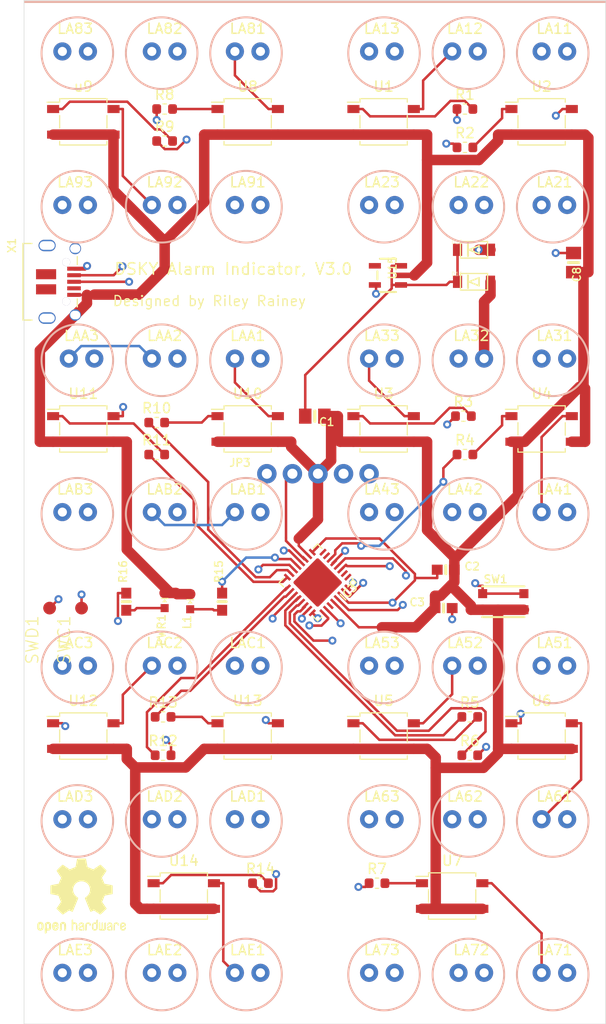
<source format=kicad_pcb>
(kicad_pcb (version 20171130) (host pcbnew "(5.1.5)-3")
  (layers (0 Top signal) (1 In1.Cu signal) (2 In2.Cu signal) (31 Bottom signal) (34 B.Paste user) (35 F.Paste user) (36 B.SilkS user) (37 F.SilkS user hide) (38 B.Mask user) (39 F.Mask user) (44 Edge.Cuts user))
  (net 0 "")
  (net 1 GND)
  (net 2 VBUS)
  (net 3 3.3V)
  (net 4 /VOUT)
  (net 5 /D+)
  (net 6 /D-)
  (net 7 /~RESET)
  (net 8 "Net-(IC3-Pad32)")
  (net 9 "Net-(IC3-Pad31)")
  (net 10 "Net-(C3-Pad1)")
  (net 11 "Net-(IC3-Pad13)")
  (net 12 /D2_A1_PA09_SCL_MISO)
  (net 13 /D0_A4_PA08_SDA)
  (net 14 "Net-(PWR1-PadA)")
  (net 15 "Net-(L1-PadA)")
  (net 16 +5V)
  (net 17 LA8_PA27)
  (net 18 LA7_PA23)
  (net 19 LA6_PA22)
  (net 20 LA5_PA19)
  (net 21 LA14_PA18)
  (net 22 LA13_PA17)
  (net 23 LA12_PA16)
  (net 24 LA11_PA15)
  (net 25 LA10_PA14)
  (net 26 LA9_PA11)
  (net 27 LA4_P05)
  (net 28 LA3_PA04)
  (net 29 LA2_PA03)
  (net 30 LA1_PA02)
  (net 31 "Net-(LA11-Pad1)")
  (net 32 "Net-(LA21-Pad1)")
  (net 33 "Net-(LA31-Pad1)")
  (net 34 "Net-(LA41-Pad1)")
  (net 35 "Net-(LA51-Pad1)")
  (net 36 "Net-(LA81-Pad1)")
  (net 37 "Net-(LA91-Pad1)")
  (net 38 "Net-(LAA1-Pad1)")
  (net 39 "Net-(LAB1-Pad1)")
  (net 40 "Net-(LAC1-Pad1)")
  (net 41 "Net-(LAD1-Pad1)")
  (net 42 "Net-(LAE1-Pad1)")
  (net 43 "Net-(LA61-Pad1)")
  (net 44 "Net-(LA71-Pad1)")
  (net 45 "Net-(R11-Pad2)")
  (net 46 "Net-(R1-Pad2)")
  (net 47 "Net-(R2-Pad2)")
  (net 48 "Net-(R3-Pad2)")
  (net 49 "Net-(R4-Pad2)")
  (net 50 "Net-(R5-Pad2)")
  (net 51 "Net-(R6-Pad2)")
  (net 52 "Net-(R7-Pad2)")
  (net 53 "Net-(R8-Pad2)")
  (net 54 "Net-(R9-Pad2)")
  (net 55 "Net-(R10-Pad2)")
  (net 56 "Net-(R12-Pad2)")
  (net 57 "Net-(R13-Pad2)")
  (net 58 "Net-(R14-Pad2)")
  (module Symbol:OSHW-Logo2_9.8x8mm_SilkScreen (layer Top) (at 86.36 137.16)
    (fp_text reference REF** hide)
    (fp_text value OSHW-Logo2_9.8x8mm_SilkScreen hide)
  )
  (module "Trinket M0 rev D:4UCONN_20329_V2_revised" (layer Top) (at 84.836 76.2 270)
    (fp_text reference X1 (at -2.778 5.852 270) (layer F.SilkS) (effects (font (size 0.77216 0.77216) (thickness 0.138988)) (justify left top)))
    (fp_text value USB_MICRO_20329_V2_revised)
    (pad "" thru_hole circle (at -1.95 0 270) (size 0.8 0.8) (drill 0.8) (layers *.Cu *.Mask))
    (pad "" thru_hole circle (at 1.95 0 270) (size 0.8 0.8) (drill 0.8) (layers *.Cu *.Mask))
    (pad SPRT@4 thru_hole oval (at 3.6 1.9) (size 1.7 1.15) (drill oval 1.5 0.85) (layers *.Cu *.Mask))
    (pad SPRT@3 thru_hole oval (at -3.6 1.9) (size 1.7 1.15) (drill oval 1.5 0.85) (layers *.Cu *.Mask))
    (pad SPRT@1 thru_hole circle (at -3.3 -0.9 90) (size 1.143 1.143) (drill oval 0.85 1) (layers *.Cu *.Mask))
    (pad SPRT@2 thru_hole circle (at 3.3 -0.9 270) (size 1.143 1.143) (drill oval 0.85 1) (layers *.Cu *.Mask) (net 1 GND))
    (pad VBUS smd rect (at -1.3 -0.775 270) (size 0.4 1.35) (layers Top F.Mask) (net 2 VBUS))
    (pad D- smd rect (at -0.65 -0.775 270) (size 0.4 1.35) (layers Top F.Mask) (net 6 /D-))
    (pad D+ smd rect (at 0 -0.775 270) (size 0.4 1.35) (layers Top F.Mask) (net 5 /D+))
    (pad ID smd rect (at 0.65 -0.775 270) (size 0.4 1.35) (layers Top F.Mask))
    (pad GND smd rect (at 1.3 -0.775 270) (size 0.4 1.35) (layers Top F.Mask) (net 1 GND))
    (pad BASE@1 smd rect (at -0.75 2) (size 2 1) (layers Top F.Paste F.Mask))
    (pad BASE@2 smd rect (at 0.75 2) (size 2 1) (layers Top F.Paste F.Mask))
  )
  (module "Trinket M0 rev D:1X05_ROUND_76" (layer Top) (at 109.855 95.25)
    (fp_text reference JP3 (at -8.89 -0.635) (layer F.SilkS) (effects (font (size 0.77216 0.77216) (thickness 0.138988)) (justify left bottom)))
    (fp_text value HEADER-1X576MIL)
    (pad 5 thru_hole circle (at 5.08 0 90) (size 1.9304 1.9304) (drill 1) (layers *.Cu *.Mask))
    (pad 4 thru_hole circle (at 2.54 0 90) (size 1.9304 1.9304) (drill 1) (layers *.Cu *.Mask) (net 12 /D2_A1_PA09_SCL_MISO))
    (pad 3 thru_hole circle (at 0 0 90) (size 1.9304 1.9304) (drill 1) (layers *.Cu *.Mask) (net 1 GND))
    (pad 2 thru_hole circle (at -2.54 0 90) (size 1.9304 1.9304) (drill 1) (layers *.Cu *.Mask) (net 13 /D0_A4_PA08_SDA))
    (pad 1 thru_hole circle (at -5.08 0 90) (size 1.9304 1.9304) (drill 1) (layers *.Cu *.Mask) (net 16 +5V))
  )
  (module Package_SO:SO-4_4.4x4.3mm_P2.54mm (layer Top) (at 96.52 137.16)
    (fp_text reference U14 (at 0 -3.5) (layer F.SilkS))
    (fp_text value AQY232SZ)
    (pad 3 smd rect (at 3 1.27 270) (size 0.8 1.2) (layers Top F.Paste F.Mask) (net 1 GND))
    (pad 2 smd rect (at -3 1.27 270) (size 0.8 1.2) (layers Top F.Paste F.Mask) (net 1 GND))
    (pad 1 smd rect (at -3 -1.27 270) (size 0.8 1.2) (layers Top F.Paste F.Mask) (net 58 "Net-(R14-Pad2)"))
    (pad 4 smd rect (at 3 -1.27 270) (size 0.8 1.2) (layers Top F.Paste F.Mask) (net 42 "Net-(LAE1-Pad1)"))
  )
  (module Package_SO:SO-4_4.4x4.3mm_P2.54mm (layer Top) (at 102.87 121.285)
    (fp_text reference U13 (at 0 -3.5) (layer F.SilkS))
    (fp_text value AQY232SZ)
    (pad 3 smd rect (at 3 1.27 270) (size 0.8 1.2) (layers Top F.Paste F.Mask) (net 1 GND))
    (pad 2 smd rect (at -3 1.27 270) (size 0.8 1.2) (layers Top F.Paste F.Mask) (net 1 GND))
    (pad 1 smd rect (at -3 -1.27 270) (size 0.8 1.2) (layers Top F.Paste F.Mask) (net 57 "Net-(R13-Pad2)"))
    (pad 4 smd rect (at 3 -1.27 270) (size 0.8 1.2) (layers Top F.Paste F.Mask) (net 41 "Net-(LAD1-Pad1)"))
  )
  (module Package_SO:SO-4_4.4x4.3mm_P2.54mm (layer Top) (at 86.535 121.285)
    (fp_text reference U12 (at 0 -3.5) (layer F.SilkS))
    (fp_text value AQY232SZ)
    (pad 3 smd rect (at 3 1.27 270) (size 0.8 1.2) (layers Top F.Paste F.Mask) (net 1 GND))
    (pad 2 smd rect (at -3 1.27 270) (size 0.8 1.2) (layers Top F.Paste F.Mask) (net 1 GND))
    (pad 1 smd rect (at -3 -1.27 270) (size 0.8 1.2) (layers Top F.Paste F.Mask) (net 56 "Net-(R12-Pad2)"))
    (pad 4 smd rect (at 3 -1.27 270) (size 0.8 1.2) (layers Top F.Paste F.Mask) (net 40 "Net-(LAC1-Pad1)"))
  )
  (module Package_SO:SO-4_4.4x4.3mm_P2.54mm (layer Top) (at 86.535 90.805)
    (fp_text reference U11 (at 0 -3.5) (layer F.SilkS))
    (fp_text value AQY232SZ)
    (pad 3 smd rect (at 3 1.27 270) (size 0.8 1.2) (layers Top F.Paste F.Mask) (net 1 GND))
    (pad 2 smd rect (at -3 1.27 270) (size 0.8 1.2) (layers Top F.Paste F.Mask) (net 1 GND))
    (pad 1 smd rect (at -3 -1.27 270) (size 0.8 1.2) (layers Top F.Paste F.Mask) (net 45 "Net-(R11-Pad2)"))
    (pad 4 smd rect (at 3 -1.27 270) (size 0.8 1.2) (layers Top F.Paste F.Mask) (net 39 "Net-(LAB1-Pad1)"))
  )
  (module Package_SO:SO-4_4.4x4.3mm_P2.54mm (layer Top) (at 102.87 90.805)
    (fp_text reference U10 (at 0 -3.5) (layer F.SilkS))
    (fp_text value AQY232SZ)
    (pad 3 smd rect (at 3 1.27 270) (size 0.8 1.2) (layers Top F.Paste F.Mask) (net 1 GND))
    (pad 2 smd rect (at -3 1.27 270) (size 0.8 1.2) (layers Top F.Paste F.Mask) (net 1 GND))
    (pad 1 smd rect (at -3 -1.27 270) (size 0.8 1.2) (layers Top F.Paste F.Mask) (net 55 "Net-(R10-Pad2)"))
    (pad 4 smd rect (at 3 -1.27 270) (size 0.8 1.2) (layers Top F.Paste F.Mask) (net 38 "Net-(LAA1-Pad1)"))
  )
  (module Package_SO:SO-4_4.4x4.3mm_P2.54mm (layer Top) (at 86.535 60.325)
    (fp_text reference u9 (at 0 -3.5) (layer F.SilkS))
    (fp_text value AQY232SZ)
    (pad 3 smd rect (at 3 1.27 270) (size 0.8 1.2) (layers Top F.Paste F.Mask) (net 1 GND))
    (pad 2 smd rect (at -3 1.27 270) (size 0.8 1.2) (layers Top F.Paste F.Mask) (net 1 GND))
    (pad 1 smd rect (at -3 -1.27 270) (size 0.8 1.2) (layers Top F.Paste F.Mask) (net 54 "Net-(R9-Pad2)"))
    (pad 4 smd rect (at 3 -1.27 270) (size 0.8 1.2) (layers Top F.Paste F.Mask) (net 37 "Net-(LA91-Pad1)"))
  )
  (module Package_SO:SO-4_4.4x4.3mm_P2.54mm (layer Top) (at 102.87 60.325)
    (fp_text reference U8 (at 0 -3.5) (layer F.SilkS))
    (fp_text value AQY232SZ)
    (pad 3 smd rect (at 3 1.27 270) (size 0.8 1.2) (layers Top F.Paste F.Mask) (net 1 GND))
    (pad 2 smd rect (at -3 1.27 270) (size 0.8 1.2) (layers Top F.Paste F.Mask) (net 1 GND))
    (pad 1 smd rect (at -3 -1.27 270) (size 0.8 1.2) (layers Top F.Paste F.Mask) (net 53 "Net-(R8-Pad2)"))
    (pad 4 smd rect (at 3 -1.27 270) (size 0.8 1.2) (layers Top F.Paste F.Mask) (net 36 "Net-(LA81-Pad1)"))
  )
  (module Package_SO:SO-4_4.4x4.3mm_P2.54mm (layer Top) (at 123.19 137.16)
    (fp_text reference U7 (at 0 -3.5) (layer F.SilkS))
    (fp_text value AQY232SZ)
    (pad 3 smd rect (at 3 1.27 270) (size 0.8 1.2) (layers Top F.Paste F.Mask) (net 1 GND))
    (pad 2 smd rect (at -3 1.27 270) (size 0.8 1.2) (layers Top F.Paste F.Mask) (net 1 GND))
    (pad 1 smd rect (at -3 -1.27 270) (size 0.8 1.2) (layers Top F.Paste F.Mask) (net 52 "Net-(R7-Pad2)"))
    (pad 4 smd rect (at 3 -1.27 270) (size 0.8 1.2) (layers Top F.Paste F.Mask) (net 44 "Net-(LA71-Pad1)"))
  )
  (module Package_SO:SO-4_4.4x4.3mm_P2.54mm (layer Top) (at 132.08 121.285)
    (fp_text reference U6 (at 0 -3.5) (layer F.SilkS))
    (fp_text value AQY232SZ)
    (pad 3 smd rect (at 3 1.27 270) (size 0.8 1.2) (layers Top F.Paste F.Mask) (net 1 GND))
    (pad 2 smd rect (at -3 1.27 270) (size 0.8 1.2) (layers Top F.Paste F.Mask) (net 1 GND))
    (pad 1 smd rect (at -3 -1.27 270) (size 0.8 1.2) (layers Top F.Paste F.Mask) (net 51 "Net-(R6-Pad2)"))
    (pad 4 smd rect (at 3 -1.27 270) (size 0.8 1.2) (layers Top F.Paste F.Mask) (net 43 "Net-(LA61-Pad1)"))
  )
  (module Package_SO:SO-4_4.4x4.3mm_P2.54mm (layer Top) (at 116.38 121.285)
    (fp_text reference U5 (at 0 -3.5) (layer F.SilkS))
    (fp_text value AQY232SZ)
    (pad 3 smd rect (at 3 1.27 270) (size 0.8 1.2) (layers Top F.Paste F.Mask) (net 1 GND))
    (pad 2 smd rect (at -3 1.27 270) (size 0.8 1.2) (layers Top F.Paste F.Mask) (net 1 GND))
    (pad 1 smd rect (at -3 -1.27 270) (size 0.8 1.2) (layers Top F.Paste F.Mask) (net 50 "Net-(R5-Pad2)"))
    (pad 4 smd rect (at 3 -1.27 270) (size 0.8 1.2) (layers Top F.Paste F.Mask) (net 35 "Net-(LA51-Pad1)"))
  )
  (module Package_SO:SO-4_4.4x4.3mm_P2.54mm (layer Top) (at 132.08 90.805)
    (fp_text reference U4 (at 0 -3.5) (layer F.SilkS))
    (fp_text value AQY232SZ)
    (pad 3 smd rect (at 3 1.27 270) (size 0.8 1.2) (layers Top F.Paste F.Mask) (net 1 GND))
    (pad 2 smd rect (at -3 1.27 270) (size 0.8 1.2) (layers Top F.Paste F.Mask) (net 1 GND))
    (pad 1 smd rect (at -3 -1.27 270) (size 0.8 1.2) (layers Top F.Paste F.Mask) (net 49 "Net-(R4-Pad2)"))
    (pad 4 smd rect (at 3 -1.27 270) (size 0.8 1.2) (layers Top F.Paste F.Mask) (net 34 "Net-(LA41-Pad1)"))
  )
  (module Package_SO:SO-4_4.4x4.3mm_P2.54mm (layer Top) (at 116.38 90.805)
    (fp_text reference U3 (at 0 -3.5) (layer F.SilkS))
    (fp_text value AQY232SZ)
    (pad 3 smd rect (at 3 1.27 270) (size 0.8 1.2) (layers Top F.Paste F.Mask) (net 1 GND))
    (pad 2 smd rect (at -3 1.27 270) (size 0.8 1.2) (layers Top F.Paste F.Mask) (net 1 GND))
    (pad 1 smd rect (at -3 -1.27 270) (size 0.8 1.2) (layers Top F.Paste F.Mask) (net 48 "Net-(R3-Pad2)"))
    (pad 4 smd rect (at 3 -1.27 270) (size 0.8 1.2) (layers Top F.Paste F.Mask) (net 33 "Net-(LA31-Pad1)"))
  )
  (module Package_SO:SO-4_4.4x4.3mm_P2.54mm (layer Top) (at 132.08 60.325)
    (fp_text reference U2 (at 0 -3.5) (layer F.SilkS))
    (fp_text value AQY232SZ)
    (pad 3 smd rect (at 3 1.27 270) (size 0.8 1.2) (layers Top F.Paste F.Mask) (net 1 GND))
    (pad 2 smd rect (at -3 1.27 270) (size 0.8 1.2) (layers Top F.Paste F.Mask) (net 1 GND))
    (pad 1 smd rect (at -3 -1.27 270) (size 0.8 1.2) (layers Top F.Paste F.Mask) (net 47 "Net-(R2-Pad2)"))
    (pad 4 smd rect (at 3 -1.27 270) (size 0.8 1.2) (layers Top F.Paste F.Mask) (net 32 "Net-(LA21-Pad1)"))
  )
  (module Package_SO:SO-4_4.4x4.3mm_P2.54mm (layer Top) (at 116.38 60.325)
    (fp_text reference U1 (at 0 -3.5) (layer F.SilkS))
    (fp_text value AQY232SZ)
    (pad 3 smd rect (at 3 1.27 270) (size 0.8 1.2) (layers Top F.Paste F.Mask) (net 1 GND))
    (pad 2 smd rect (at -3 1.27 270) (size 0.8 1.2) (layers Top F.Paste F.Mask) (net 1 GND))
    (pad 1 smd rect (at -3 -1.27 270) (size 0.8 1.2) (layers Top F.Paste F.Mask) (net 46 "Net-(R1-Pad2)"))
    (pad 4 smd rect (at 3 -1.27 270) (size 0.8 1.2) (layers Top F.Paste F.Mask) (net 31 "Net-(LA11-Pad1)"))
  )
  (module Resistor_SMD:R_0603_1608Metric (layer Top) (at 104.14 135.89)
    (fp_text reference R14 (at 0 -1.43) (layer F.SilkS))
    (fp_text value 1.1K)
    (pad 2 smd roundrect (at 0.7875 0) (size 0.875 0.95) (layers Top F.Paste F.Mask) (net 58 "Net-(R14-Pad2)"))
    (pad 1 smd roundrect (at -0.7875 0) (size 0.875 0.95) (layers Top F.Paste F.Mask) (net 21 LA14_PA18))
  )
  (module Resistor_SMD:R_0603_1608Metric (layer Top) (at 94.4625 119.38)
    (fp_text reference R13 (at 0 -1.43) (layer F.SilkS))
    (fp_text value 1.1K)
    (pad 2 smd roundrect (at 0.7875 0) (size 0.875 0.95) (layers Top F.Paste F.Mask) (net 57 "Net-(R13-Pad2)"))
    (pad 1 smd roundrect (at -0.7875 0) (size 0.875 0.95) (layers Top F.Paste F.Mask) (net 22 LA13_PA17))
  )
  (module Resistor_SMD:R_0603_1608Metric (layer Top) (at 94.4625 123.19)
    (fp_text reference R12 (at 0 -1.43) (layer F.SilkS))
    (fp_text value 1.1K)
    (pad 2 smd roundrect (at 0.7875 0) (size 0.875 0.95) (layers Top F.Paste F.Mask) (net 56 "Net-(R12-Pad2)"))
    (pad 1 smd roundrect (at -0.7875 0) (size 0.875 0.95) (layers Top F.Paste F.Mask) (net 23 LA12_PA16))
  )
  (module Resistor_SMD:R_0603_1608Metric (layer Top) (at 93.8275 93.345)
    (fp_text reference R11 (at 0 -1.43) (layer F.SilkS))
    (fp_text value 1.1K)
    (pad 2 smd roundrect (at 0.7875 0) (size 0.875 0.95) (layers Top F.Paste F.Mask) (net 45 "Net-(R11-Pad2)"))
    (pad 1 smd roundrect (at -0.7875 0) (size 0.875 0.95) (layers Top F.Paste F.Mask) (net 24 LA11_PA15))
  )
  (module Resistor_SMD:R_0603_1608Metric (layer Top) (at 93.8275 90.17)
    (fp_text reference R10 (at 0 -1.43) (layer F.SilkS))
    (fp_text value 1.1K)
    (pad 2 smd roundrect (at 0.7875 0) (size 0.875 0.95) (layers Top F.Paste F.Mask) (net 55 "Net-(R10-Pad2)"))
    (pad 1 smd roundrect (at -0.7875 0) (size 0.875 0.95) (layers Top F.Paste F.Mask) (net 25 LA10_PA14))
  )
  (module Resistor_SMD:R_0603_1608Metric (layer Top) (at 94.615 62.23)
    (fp_text reference R9 (at 0 -1.43) (layer F.SilkS))
    (fp_text value 1.1K)
    (pad 2 smd roundrect (at 0.7875 0) (size 0.875 0.95) (layers Top F.Paste F.Mask) (net 54 "Net-(R9-Pad2)"))
    (pad 1 smd roundrect (at -0.7875 0) (size 0.875 0.95) (layers Top F.Paste F.Mask) (net 26 LA9_PA11))
  )
  (module Resistor_SMD:R_0603_1608Metric (layer Top) (at 94.615 59.055)
    (fp_text reference R8 (at 0 -1.43) (layer F.SilkS))
    (fp_text value 1.1K)
    (pad 2 smd roundrect (at 0.7875 0) (size 0.875 0.95) (layers Top F.Paste F.Mask) (net 53 "Net-(R8-Pad2)"))
    (pad 1 smd roundrect (at -0.7875 0) (size 0.875 0.95) (layers Top F.Paste F.Mask) (net 17 LA8_PA27))
  )
  (module Resistor_SMD:R_0603_1608Metric (layer Top) (at 115.722 135.89)
    (fp_text reference R7 (at 0 -1.43) (layer F.SilkS))
    (fp_text value 1.1K)
    (pad 2 smd roundrect (at 0.7875 0) (size 0.875 0.95) (layers Top F.Paste F.Mask) (net 52 "Net-(R7-Pad2)"))
    (pad 1 smd roundrect (at -0.7875 0) (size 0.875 0.95) (layers Top F.Paste F.Mask) (net 18 LA7_PA23))
  )
  (module Resistor_SMD:R_0603_1608Metric (layer Top) (at 124.942 123.19)
    (fp_text reference R6 (at 0 -1.43) (layer F.SilkS))
    (fp_text value 1.1K)
    (pad 2 smd roundrect (at 0.7875 0) (size 0.875 0.95) (layers Top F.Paste F.Mask) (net 51 "Net-(R6-Pad2)"))
    (pad 1 smd roundrect (at -0.7875 0) (size 0.875 0.95) (layers Top F.Paste F.Mask) (net 19 LA6_PA22))
  )
  (module Resistor_SMD:R_0603_1608Metric (layer Top) (at 124.942 119.38)
    (fp_text reference R5 (at 0 -1.43) (layer F.SilkS))
    (fp_text value 1.1K)
    (pad 2 smd roundrect (at 0.7875 0) (size 0.875 0.95) (layers Top F.Paste F.Mask) (net 50 "Net-(R5-Pad2)"))
    (pad 1 smd roundrect (at -0.7875 0) (size 0.875 0.95) (layers Top F.Paste F.Mask) (net 20 LA5_PA19))
  )
  (module Resistor_SMD:R_0603_1608Metric (layer Top) (at 124.46 93.345)
    (fp_text reference R4 (at 0 -1.43) (layer F.SilkS))
    (fp_text value 1.1K)
    (pad 2 smd roundrect (at 0.7875 0) (size 0.875 0.95) (layers Top F.Paste F.Mask) (net 49 "Net-(R4-Pad2)"))
    (pad 1 smd roundrect (at -0.7875 0) (size 0.875 0.95) (layers Top F.Paste F.Mask) (net 27 LA4_P05))
  )
  (module Resistor_SMD:R_0603_1608Metric (layer Top) (at 124.308 89.535)
    (fp_text reference R3 (at 0 -1.43) (layer F.SilkS))
    (fp_text value 1.1K)
    (pad 2 smd roundrect (at 0.7875 0) (size 0.875 0.95) (layers Top F.Paste F.Mask) (net 48 "Net-(R3-Pad2)"))
    (pad 1 smd roundrect (at -0.7875 0) (size 0.875 0.95) (layers Top F.Paste F.Mask) (net 28 LA3_PA04))
  )
  (module Resistor_SMD:R_0603_1608Metric (layer Top) (at 124.46 62.865)
    (fp_text reference R2 (at 0 -1.43) (layer F.SilkS))
    (fp_text value 1.1K)
    (pad 2 smd roundrect (at 0.7875 0) (size 0.875 0.95) (layers Top F.Paste F.Mask) (net 47 "Net-(R2-Pad2)"))
    (pad 1 smd roundrect (at -0.7875 0) (size 0.875 0.95) (layers Top F.Paste F.Mask) (net 29 LA2_PA03))
  )
  (module "Trinket M0 rev D:VCC7216-ND" (layer Top) (at 114.935 144.78)
    (fp_text reference LA73 (at 1.27 -2.26) (layer F.SilkS))
    (fp_text value Lamp hide)
    (pad 2 thru_hole circle (at 2.54 0) (size 1.8 1.8) (drill 0.9) (layers *.Cu *.Mask) (net 16 +5V))
    (pad 1 thru_hole circle (at 0 0) (size 1.8 1.8) (drill 0.9) (layers *.Cu *.Mask) (net 44 "Net-(LA71-Pad1)"))
  )
  (module "Trinket M0 rev D:VCC7216-ND" (layer Top) (at 123.825 144.78)
    (fp_text reference LA72 (at 1.27 -2.26) (layer F.SilkS))
    (fp_text value Lamp hide)
    (pad 2 thru_hole circle (at 2.54 0) (size 1.8 1.8) (drill 0.9) (layers *.Cu *.Mask) (net 16 +5V))
    (pad 1 thru_hole circle (at 0 0) (size 1.8 1.8) (drill 0.9) (layers *.Cu *.Mask) (net 44 "Net-(LA71-Pad1)"))
  )
  (module "Trinket M0 rev D:VCC7216-ND" (layer Top) (at 132.08 144.78)
    (fp_text reference LA71 (at 1.27 -2.26) (layer F.SilkS))
    (fp_text value Lamp hide)
    (pad 2 thru_hole circle (at 2.54 0) (size 1.8 1.8) (drill 0.9) (layers *.Cu *.Mask) (net 16 +5V))
    (pad 1 thru_hole circle (at 0 0) (size 1.8 1.8) (drill 0.9) (layers *.Cu *.Mask) (net 44 "Net-(LA71-Pad1)"))
  )
  (module "Trinket M0 rev D:VCC7216-ND" (layer Top) (at 114.935 129.54)
    (fp_text reference LA63 (at 1.27 -2.26) (layer F.SilkS))
    (fp_text value Lamp hide)
    (pad 2 thru_hole circle (at 2.54 0) (size 1.8 1.8) (drill 0.9) (layers *.Cu *.Mask) (net 16 +5V))
    (pad 1 thru_hole circle (at 0 0) (size 1.8 1.8) (drill 0.9) (layers *.Cu *.Mask) (net 43 "Net-(LA61-Pad1)"))
  )
  (module "Trinket M0 rev D:VCC7216-ND" (layer Top) (at 123.19 129.54)
    (fp_text reference LA62 (at 1.27 -2.26) (layer F.SilkS))
    (fp_text value Lamp hide)
    (pad 2 thru_hole circle (at 2.54 0) (size 1.8 1.8) (drill 0.9) (layers *.Cu *.Mask) (net 16 +5V))
    (pad 1 thru_hole circle (at 0 0) (size 1.8 1.8) (drill 0.9) (layers *.Cu *.Mask) (net 43 "Net-(LA61-Pad1)"))
  )
  (module "Trinket M0 rev D:VCC7216-ND" (layer Top) (at 132.08 129.54)
    (fp_text reference LA61 (at 1.27 -2.26) (layer F.SilkS))
    (fp_text value Lamp hide)
    (pad 2 thru_hole circle (at 2.54 0) (size 1.8 1.8) (drill 0.9) (layers *.Cu *.Mask) (net 16 +5V))
    (pad 1 thru_hole circle (at 0 0) (size 1.8 1.8) (drill 0.9) (layers *.Cu *.Mask) (net 43 "Net-(LA61-Pad1)"))
  )
  (module Resistor_SMD:R_0603_1608Metric (layer Top) (at 124.46 59.055)
    (fp_text reference R1 (at 0 -1.43) (layer F.SilkS))
    (fp_text value 1.1K)
    (pad 2 smd roundrect (at 0.7875 0) (size 0.875 0.95) (layers Top F.Paste F.Mask) (net 46 "Net-(R1-Pad2)"))
    (pad 1 smd roundrect (at -0.7875 0) (size 0.875 0.95) (layers Top F.Paste F.Mask) (net 30 LA1_PA02))
  )
  (module "Trinket M0 rev D:SOT23-5" (layer Top) (at 116.81 75.565 90)
    (fp_text reference U15 (at 1.978 0 -90) (layer F.SilkS) (effects (font (size 0.77216 0.77216) (thickness 0.138988)) (justify right top)))
    (fp_text value AP2112K-3.3)
    (pad 5 smd rect (at -0.95 -1.3001 90) (size 0.55 1.2) (layers Top F.Paste F.Mask) (net 3 3.3V))
    (pad 4 smd rect (at 0.95 -1.3001 90) (size 0.55 1.2) (layers Top F.Paste F.Mask))
    (pad 3 smd rect (at 0.95 1.3001 90) (size 0.55 1.2) (layers Top F.Paste F.Mask) (net 4 /VOUT))
    (pad 2 smd rect (at 0 1.3001 90) (size 0.55 1.2) (layers Top F.Paste F.Mask) (net 1 GND))
    (pad 1 smd rect (at -0.95 1.3001 90) (size 0.55 1.2) (layers Top F.Paste F.Mask) (net 4 /VOUT))
  )
  (module "Trinket M0 rev D:B1,27" (layer Top) (at 83.185 108.585 90)
    (fp_text reference SWD1 (at -0.635 -1.016 -90) (layer F.SilkS) (effects (font (size 1.2065 1.2065) (thickness 0.12065)) (justify right bottom)))
    (fp_text value TPB1,27)
    (pad TP smd roundrect (at 0 0 90) (size 1.27 1.27) (layers Top F.Mask) (roundrect_rratio 0.5) (net 8 "Net-(IC3-Pad32)"))
  )
  (module "Trinket M0 rev D:B1,27" (layer Top) (at 86.36 108.585 90)
    (fp_text reference SWC1 (at -0.635 -1.016 -90) (layer F.SilkS) (effects (font (size 1.2065 1.2065) (thickness 0.12065)) (justify right bottom)))
    (fp_text value TPB1,27)
    (pad TP smd roundrect (at 0 0 90) (size 1.27 1.27) (layers Top F.Mask) (roundrect_rratio 0.5) (net 9 "Net-(IC3-Pad31)"))
  )
  (module "Trinket M0 rev D:0603-NO" (layer Top) (at 90.805 107.95 90)
    (fp_text reference R16 (at 1.778 0.127 90) (layer F.SilkS) (effects (font (size 0.77216 0.77216) (thickness 0.138988)) (justify left bottom)))
    (fp_text value 10K)
    (pad 2 smd rect (at 0.85 0 90) (size 1.075 1) (layers Top F.Paste F.Mask) (net 3 3.3V))
    (pad 1 smd rect (at -0.85 0 90) (size 1.075 1) (layers Top F.Paste F.Mask) (net 14 "Net-(PWR1-PadA)"))
  )
  (module "Trinket M0 rev D:0603-NO" (layer Top) (at 100.33 107.95 90)
    (fp_text reference R15 (at 1.778 0.127 90) (layer F.SilkS) (effects (font (size 0.77216 0.77216) (thickness 0.138988)) (justify left bottom)))
    (fp_text value 1.5K)
    (pad 2 smd rect (at 0.85 0 90) (size 1.075 1) (layers Top F.Paste F.Mask) (net 11 "Net-(IC3-Pad13)"))
    (pad 1 smd rect (at -0.85 0 90) (size 1.075 1) (layers Top F.Paste F.Mask) (net 15 "Net-(L1-PadA)"))
  )
  (module "Trinket M0 rev D:BTN_KMR2_4.6X2.8" (layer Top) (at 128.27 107.95)
    (fp_text reference SW1 (at -2.032 -1.778) (layer F.SilkS) (effects (font (size 0.77216 0.77216) (thickness 0.138988)) (justify left bottom)))
    (fp_text value reset)
    (pad A' smd rect (at -2.05 -0.8) (size 0.9 0.9) (layers Top F.Paste F.Mask) (net 7 /~RESET))
    (pad B' smd rect (at -2.05 0.8) (size 0.9 0.9) (layers Top F.Paste F.Mask) (net 1 GND))
    (pad B smd rect (at 2.05 0.8) (size 0.9 0.9) (layers Top F.Paste F.Mask) (net 1 GND))
    (pad A smd rect (at 2.05 -0.8) (size 0.9 0.9) (layers Top F.Paste F.Mask) (net 7 /~RESET))
  )
  (module "Trinket M0 rev D:CHIPLED_0603_NOOUTLINE" (layer Top) (at 94.615 107.835)
    (fp_text reference PWR1 (at -0.762 1.27 -90) (layer F.SilkS) (effects (font (size 0.77216 0.77216) (thickness 0.138988)) (justify right top)))
    (fp_text value green)
    (pad A smd rect (at 0 0.75) (size 0.8 0.8) (layers Top F.Paste F.Mask) (net 14 "Net-(PWR1-PadA)"))
    (pad C smd rect (at 0 -0.75) (size 0.8 0.8) (layers Top F.Paste F.Mask) (net 1 GND))
  )
  (module "Trinket M0 rev D:VCC7216-ND" (layer Top) (at 84.455 144.78)
    (fp_text reference LAE3 (at 1.27 -2.26) (layer F.SilkS))
    (fp_text value Lamp hide)
    (pad 2 thru_hole circle (at 2.54 0) (size 1.8 1.8) (drill 0.9) (layers *.Cu *.Mask) (net 16 +5V))
    (pad 1 thru_hole circle (at 0 0) (size 1.8 1.8) (drill 0.9) (layers *.Cu *.Mask) (net 42 "Net-(LAE1-Pad1)"))
  )
  (module "Trinket M0 rev D:VCC7216-ND" (layer Top) (at 93.345 144.78)
    (fp_text reference LAE2 (at 1.27 -2.26) (layer F.SilkS))
    (fp_text value Lamp hide)
    (pad 2 thru_hole circle (at 2.54 0) (size 1.8 1.8) (drill 0.9) (layers *.Cu *.Mask) (net 16 +5V))
    (pad 1 thru_hole circle (at 0 0) (size 1.8 1.8) (drill 0.9) (layers *.Cu *.Mask) (net 42 "Net-(LAE1-Pad1)"))
  )
  (module "Trinket M0 rev D:VCC7216-ND" (layer Top) (at 101.6 144.78)
    (fp_text reference LAE1 (at 1.27 -2.26) (layer F.SilkS))
    (fp_text value Lamp hide)
    (pad 2 thru_hole circle (at 2.54 0) (size 1.8 1.8) (drill 0.9) (layers *.Cu *.Mask) (net 16 +5V))
    (pad 1 thru_hole circle (at 0 0) (size 1.8 1.8) (drill 0.9) (layers *.Cu *.Mask) (net 42 "Net-(LAE1-Pad1)"))
  )
  (module "Trinket M0 rev D:VCC7216-ND" (layer Top) (at 84.455 129.54)
    (fp_text reference LAD3 (at 1.27 -2.26) (layer F.SilkS))
    (fp_text value Lamp hide)
    (pad 2 thru_hole circle (at 2.54 0) (size 1.8 1.8) (drill 0.9) (layers *.Cu *.Mask) (net 16 +5V))
    (pad 1 thru_hole circle (at 0 0) (size 1.8 1.8) (drill 0.9) (layers *.Cu *.Mask) (net 41 "Net-(LAD1-Pad1)"))
  )
  (module "Trinket M0 rev D:VCC7216-ND" (layer Top) (at 93.345 129.54)
    (fp_text reference LAD2 (at 1.27 -2.26) (layer F.SilkS))
    (fp_text value Lamp hide)
    (pad 2 thru_hole circle (at 2.54 0) (size 1.8 1.8) (drill 0.9) (layers *.Cu *.Mask) (net 16 +5V))
    (pad 1 thru_hole circle (at 0 0) (size 1.8 1.8) (drill 0.9) (layers *.Cu *.Mask) (net 41 "Net-(LAD1-Pad1)"))
  )
  (module "Trinket M0 rev D:VCC7216-ND" (layer Top) (at 101.6 129.54)
    (fp_text reference LAD1 (at 1.27 -2.26) (layer F.SilkS))
    (fp_text value Lamp hide)
    (pad 2 thru_hole circle (at 2.54 0) (size 1.8 1.8) (drill 0.9) (layers *.Cu *.Mask) (net 16 +5V))
    (pad 1 thru_hole circle (at 0 0) (size 1.8 1.8) (drill 0.9) (layers *.Cu *.Mask) (net 41 "Net-(LAD1-Pad1)"))
  )
  (module "Trinket M0 rev D:VCC7216-ND" (layer Top) (at 84.455 114.3)
    (fp_text reference LAC3 (at 1.27 -2.26) (layer F.SilkS))
    (fp_text value Lamp hide)
    (pad 2 thru_hole circle (at 2.54 0) (size 1.8 1.8) (drill 0.9) (layers *.Cu *.Mask) (net 16 +5V))
    (pad 1 thru_hole circle (at 0 0) (size 1.8 1.8) (drill 0.9) (layers *.Cu *.Mask) (net 40 "Net-(LAC1-Pad1)"))
  )
  (module "Trinket M0 rev D:VCC7216-ND" (layer Top) (at 93.345 114.3)
    (fp_text reference LAC2 (at 1.27 -2.26) (layer F.SilkS))
    (fp_text value Lamp hide)
    (pad 2 thru_hole circle (at 2.54 0) (size 1.8 1.8) (drill 0.9) (layers *.Cu *.Mask) (net 16 +5V))
    (pad 1 thru_hole circle (at 0 0) (size 1.8 1.8) (drill 0.9) (layers *.Cu *.Mask) (net 40 "Net-(LAC1-Pad1)"))
  )
  (module "Trinket M0 rev D:VCC7216-ND" (layer Top) (at 101.6 114.3)
    (fp_text reference LAC1 (at 1.27 -2.26) (layer F.SilkS))
    (fp_text value Lamp hide)
    (pad 2 thru_hole circle (at 2.54 0) (size 1.8 1.8) (drill 0.9) (layers *.Cu *.Mask) (net 16 +5V))
    (pad 1 thru_hole circle (at 0 0) (size 1.8 1.8) (drill 0.9) (layers *.Cu *.Mask) (net 40 "Net-(LAC1-Pad1)"))
  )
  (module "Trinket M0 rev D:VCC7216-ND" (layer Top) (at 84.455 99.06)
    (fp_text reference LAB3 (at 1.27 -2.26) (layer F.SilkS))
    (fp_text value Lamp hide)
    (pad 2 thru_hole circle (at 2.54 0) (size 1.8 1.8) (drill 0.9) (layers *.Cu *.Mask) (net 16 +5V))
    (pad 1 thru_hole circle (at 0 0) (size 1.8 1.8) (drill 0.9) (layers *.Cu *.Mask) (net 39 "Net-(LAB1-Pad1)"))
  )
  (module "Trinket M0 rev D:VCC7216-ND" (layer Top) (at 93.345 99.06)
    (fp_text reference LAB2 (at 1.27 -2.26) (layer F.SilkS))
    (fp_text value Lamp hide)
    (pad 2 thru_hole circle (at 2.54 0) (size 1.8 1.8) (drill 0.9) (layers *.Cu *.Mask) (net 16 +5V))
    (pad 1 thru_hole circle (at 0 0) (size 1.8 1.8) (drill 0.9) (layers *.Cu *.Mask) (net 39 "Net-(LAB1-Pad1)"))
  )
  (module "Trinket M0 rev D:VCC7216-ND" (layer Top) (at 101.6 99.06)
    (fp_text reference LAB1 (at 1.27 -2.26) (layer F.SilkS))
    (fp_text value Lamp hide)
    (pad 2 thru_hole circle (at 2.54 0) (size 1.8 1.8) (drill 0.9) (layers *.Cu *.Mask) (net 16 +5V))
    (pad 1 thru_hole circle (at 0 0) (size 1.8 1.8) (drill 0.9) (layers *.Cu *.Mask) (net 39 "Net-(LAB1-Pad1)"))
  )
  (module "Trinket M0 rev D:VCC7216-ND" (layer Top) (at 85.09 83.82)
    (fp_text reference LAA3 (at 1.27 -2.26) (layer F.SilkS))
    (fp_text value Lamp hide)
    (pad 2 thru_hole circle (at 2.54 0) (size 1.8 1.8) (drill 0.9) (layers *.Cu *.Mask) (net 16 +5V))
    (pad 1 thru_hole circle (at 0 0) (size 1.8 1.8) (drill 0.9) (layers *.Cu *.Mask) (net 38 "Net-(LAA1-Pad1)"))
  )
  (module "Trinket M0 rev D:VCC7216-ND" (layer Top) (at 93.345 83.82)
    (fp_text reference LAA2 (at 1.27 -2.26) (layer F.SilkS))
    (fp_text value Lamp hide)
    (pad 2 thru_hole circle (at 2.54 0) (size 1.8 1.8) (drill 0.9) (layers *.Cu *.Mask) (net 16 +5V))
    (pad 1 thru_hole circle (at 0 0) (size 1.8 1.8) (drill 0.9) (layers *.Cu *.Mask) (net 38 "Net-(LAA1-Pad1)"))
  )
  (module "Trinket M0 rev D:VCC7216-ND" (layer Top) (at 101.6 83.82)
    (fp_text reference LAA1 (at 1.27 -2.26) (layer F.SilkS))
    (fp_text value Lamp hide)
    (pad 2 thru_hole circle (at 2.54 0) (size 1.8 1.8) (drill 0.9) (layers *.Cu *.Mask) (net 16 +5V))
    (pad 1 thru_hole circle (at 0 0) (size 1.8 1.8) (drill 0.9) (layers *.Cu *.Mask) (net 38 "Net-(LAA1-Pad1)"))
  )
  (module "Trinket M0 rev D:VCC7216-ND" (layer Top) (at 84.455 68.58)
    (fp_text reference LA93 (at 1.27 -2.26) (layer F.SilkS))
    (fp_text value Lamp hide)
    (pad 2 thru_hole circle (at 2.54 0) (size 1.8 1.8) (drill 0.9) (layers *.Cu *.Mask) (net 16 +5V))
    (pad 1 thru_hole circle (at 0 0) (size 1.8 1.8) (drill 0.9) (layers *.Cu *.Mask) (net 37 "Net-(LA91-Pad1)"))
  )
  (module "Trinket M0 rev D:VCC7216-ND" (layer Top) (at 93.345 68.58)
    (fp_text reference LA92 (at 1.27 -2.26) (layer F.SilkS))
    (fp_text value Lamp hide)
    (pad 2 thru_hole circle (at 2.54 0) (size 1.8 1.8) (drill 0.9) (layers *.Cu *.Mask) (net 16 +5V))
    (pad 1 thru_hole circle (at 0 0) (size 1.8 1.8) (drill 0.9) (layers *.Cu *.Mask) (net 37 "Net-(LA91-Pad1)"))
  )
  (module "Trinket M0 rev D:VCC7216-ND" (layer Top) (at 101.6 68.58)
    (fp_text reference LA91 (at 1.27 -2.26) (layer F.SilkS))
    (fp_text value Lamp hide)
    (pad 2 thru_hole circle (at 2.54 0) (size 1.8 1.8) (drill 0.9) (layers *.Cu *.Mask) (net 16 +5V))
    (pad 1 thru_hole circle (at 0 0) (size 1.8 1.8) (drill 0.9) (layers *.Cu *.Mask) (net 37 "Net-(LA91-Pad1)"))
  )
  (module "Trinket M0 rev D:VCC7216-ND" (layer Top) (at 84.455 53.34)
    (fp_text reference LA83 (at 1.27 -2.26) (layer F.SilkS))
    (fp_text value Lamp hide)
    (pad 2 thru_hole circle (at 2.54 0) (size 1.8 1.8) (drill 0.9) (layers *.Cu *.Mask) (net 16 +5V))
    (pad 1 thru_hole circle (at 0 0) (size 1.8 1.8) (drill 0.9) (layers *.Cu *.Mask) (net 36 "Net-(LA81-Pad1)"))
  )
  (module "Trinket M0 rev D:VCC7216-ND" (layer Top) (at 93.345 53.34)
    (fp_text reference LA82 (at 1.27 -2.26) (layer F.SilkS))
    (fp_text value Lamp hide)
    (pad 2 thru_hole circle (at 2.54 0) (size 1.8 1.8) (drill 0.9) (layers *.Cu *.Mask) (net 16 +5V))
    (pad 1 thru_hole circle (at 0 0) (size 1.8 1.8) (drill 0.9) (layers *.Cu *.Mask) (net 36 "Net-(LA81-Pad1)"))
  )
  (module "Trinket M0 rev D:VCC7216-ND" (layer Top) (at 101.6 53.34)
    (fp_text reference LA81 (at 1.27 -2.26) (layer F.SilkS))
    (fp_text value Lamp hide)
    (pad 2 thru_hole circle (at 2.54 0) (size 1.8 1.8) (drill 0.9) (layers *.Cu *.Mask) (net 16 +5V))
    (pad 1 thru_hole circle (at 0 0) (size 1.8 1.8) (drill 0.9) (layers *.Cu *.Mask) (net 36 "Net-(LA81-Pad1)"))
  )
  (module "Trinket M0 rev D:VCC7216-ND" (layer Top) (at 114.935 114.3)
    (fp_text reference LA53 (at 1.27 -2.26) (layer F.SilkS))
    (fp_text value Lamp hide)
    (pad 2 thru_hole circle (at 2.54 0) (size 1.8 1.8) (drill 0.9) (layers *.Cu *.Mask) (net 16 +5V))
    (pad 1 thru_hole circle (at 0 0) (size 1.8 1.8) (drill 0.9) (layers *.Cu *.Mask) (net 35 "Net-(LA51-Pad1)"))
  )
  (module "Trinket M0 rev D:VCC7216-ND" (layer Top) (at 123.19 114.3)
    (fp_text reference LA52 (at 1.27 -2.26) (layer F.SilkS))
    (fp_text value Lamp hide)
    (pad 2 thru_hole circle (at 2.54 0) (size 1.8 1.8) (drill 0.9) (layers *.Cu *.Mask) (net 16 +5V))
    (pad 1 thru_hole circle (at 0 0) (size 1.8 1.8) (drill 0.9) (layers *.Cu *.Mask) (net 35 "Net-(LA51-Pad1)"))
  )
  (module "Trinket M0 rev D:VCC7216-ND" (layer Top) (at 132.08 114.3)
    (fp_text reference LA51 (at 1.27 -2.26) (layer F.SilkS))
    (fp_text value Lamp hide)
    (pad 2 thru_hole circle (at 2.54 0) (size 1.8 1.8) (drill 0.9) (layers *.Cu *.Mask) (net 16 +5V))
    (pad 1 thru_hole circle (at 0 0) (size 1.8 1.8) (drill 0.9) (layers *.Cu *.Mask) (net 35 "Net-(LA51-Pad1)"))
  )
  (module "Trinket M0 rev D:VCC7216-ND" (layer Top) (at 114.935 99.06)
    (fp_text reference LA43 (at 1.27 -2.26) (layer F.SilkS))
    (fp_text value Lamp hide)
    (pad 2 thru_hole circle (at 2.54 0) (size 1.8 1.8) (drill 0.9) (layers *.Cu *.Mask) (net 16 +5V))
    (pad 1 thru_hole circle (at 0 0) (size 1.8 1.8) (drill 0.9) (layers *.Cu *.Mask) (net 34 "Net-(LA41-Pad1)"))
  )
  (module "Trinket M0 rev D:VCC7216-ND" (layer Top) (at 123.19 99.06)
    (fp_text reference LA42 (at 1.27 -2.26) (layer F.SilkS))
    (fp_text value Lamp hide)
    (pad 2 thru_hole circle (at 2.54 0) (size 1.8 1.8) (drill 0.9) (layers *.Cu *.Mask) (net 16 +5V))
    (pad 1 thru_hole circle (at 0 0) (size 1.8 1.8) (drill 0.9) (layers *.Cu *.Mask) (net 34 "Net-(LA41-Pad1)"))
  )
  (module "Trinket M0 rev D:VCC7216-ND" (layer Top) (at 132.08 99.06)
    (fp_text reference LA41 (at 1.27 -2.26) (layer F.SilkS))
    (fp_text value Lamp hide)
    (pad 2 thru_hole circle (at 2.54 0) (size 1.8 1.8) (drill 0.9) (layers *.Cu *.Mask) (net 16 +5V))
    (pad 1 thru_hole circle (at 0 0) (size 1.8 1.8) (drill 0.9) (layers *.Cu *.Mask) (net 34 "Net-(LA41-Pad1)"))
  )
  (module "Trinket M0 rev D:VCC7216-ND" (layer Top) (at 114.935 83.82)
    (fp_text reference LA33 (at 1.27 -2.26) (layer F.SilkS))
    (fp_text value Lamp hide)
    (pad 2 thru_hole circle (at 2.54 0) (size 1.8 1.8) (drill 0.9) (layers *.Cu *.Mask) (net 16 +5V))
    (pad 1 thru_hole circle (at 0 0) (size 1.8 1.8) (drill 0.9) (layers *.Cu *.Mask) (net 33 "Net-(LA31-Pad1)"))
  )
  (module "Trinket M0 rev D:VCC7216-ND" (layer Top) (at 123.825 83.82)
    (fp_text reference LA32 (at 1.27 -2.26) (layer F.SilkS))
    (fp_text value Lamp hide)
    (pad 2 thru_hole circle (at 2.54 0) (size 1.8 1.8) (drill 0.9) (layers *.Cu *.Mask) (net 16 +5V))
    (pad 1 thru_hole circle (at 0 0) (size 1.8 1.8) (drill 0.9) (layers *.Cu *.Mask) (net 33 "Net-(LA31-Pad1)"))
  )
  (module "Trinket M0 rev D:VCC7216-ND" (layer Top) (at 132.08 83.82)
    (fp_text reference LA31 (at 1.27 -2.26) (layer F.SilkS))
    (fp_text value Lamp hide)
    (pad 2 thru_hole circle (at 2.54 0) (size 1.8 1.8) (drill 0.9) (layers *.Cu *.Mask) (net 16 +5V))
    (pad 1 thru_hole circle (at 0 0) (size 1.8 1.8) (drill 0.9) (layers *.Cu *.Mask) (net 33 "Net-(LA31-Pad1)"))
  )
  (module "Trinket M0 rev D:VCC7216-ND" (layer Top) (at 114.935 68.58)
    (fp_text reference LA23 (at 1.27 -2.26) (layer F.SilkS))
    (fp_text value Lamp hide)
    (pad 2 thru_hole circle (at 2.54 0) (size 1.8 1.8) (drill 0.9) (layers *.Cu *.Mask) (net 16 +5V))
    (pad 1 thru_hole circle (at 0 0) (size 1.8 1.8) (drill 0.9) (layers *.Cu *.Mask) (net 32 "Net-(LA21-Pad1)"))
  )
  (module "Trinket M0 rev D:VCC7216-ND" (layer Top) (at 123.825 68.58)
    (fp_text reference LA22 (at 1.27 -2.26) (layer F.SilkS))
    (fp_text value Lamp hide)
    (pad 2 thru_hole circle (at 2.54 0) (size 1.8 1.8) (drill 0.9) (layers *.Cu *.Mask) (net 16 +5V))
    (pad 1 thru_hole circle (at 0 0) (size 1.8 1.8) (drill 0.9) (layers *.Cu *.Mask) (net 32 "Net-(LA21-Pad1)"))
  )
  (module "Trinket M0 rev D:VCC7216-ND" (layer Top) (at 132.08 68.58)
    (fp_text reference LA21 (at 1.27 -2.26) (layer F.SilkS))
    (fp_text value Lamp hide)
    (pad 2 thru_hole circle (at 2.54 0) (size 1.8 1.8) (drill 0.9) (layers *.Cu *.Mask) (net 16 +5V))
    (pad 1 thru_hole circle (at 0 0) (size 1.8 1.8) (drill 0.9) (layers *.Cu *.Mask) (net 32 "Net-(LA21-Pad1)"))
  )
  (module "Trinket M0 rev D:VCC7216-ND" (layer Top) (at 114.935 53.34)
    (fp_text reference LA13 (at 1.27 -2.26) (layer F.SilkS))
    (fp_text value Lamp hide)
    (pad 2 thru_hole circle (at 2.54 0) (size 1.8 1.8) (drill 0.9) (layers *.Cu *.Mask) (net 16 +5V))
    (pad 1 thru_hole circle (at 0 0) (size 1.8 1.8) (drill 0.9) (layers *.Cu *.Mask) (net 31 "Net-(LA11-Pad1)"))
  )
  (module "Trinket M0 rev D:VCC7216-ND" (layer Top) (at 123.19 53.34)
    (fp_text reference LA12 (at 1.27 -2.26) (layer F.SilkS))
    (fp_text value Lamp hide)
    (pad 2 thru_hole circle (at 2.54 0) (size 1.8 1.8) (drill 0.9) (layers *.Cu *.Mask) (net 16 +5V))
    (pad 1 thru_hole circle (at 0 0) (size 1.8 1.8) (drill 0.9) (layers *.Cu *.Mask) (net 31 "Net-(LA11-Pad1)"))
  )
  (module "Trinket M0 rev D:VCC7216-ND" (layer Top) (at 132.08 53.34)
    (fp_text reference LA11 (at 1.27 -2.26) (layer F.SilkS))
    (fp_text value Lamp hide)
    (pad 2 thru_hole circle (at 2.54 0) (size 1.8 1.8) (drill 0.9) (layers *.Cu *.Mask) (net 16 +5V))
    (pad 1 thru_hole circle (at 0 0) (size 1.8 1.8) (drill 0.9) (layers *.Cu *.Mask) (net 31 "Net-(LA11-Pad1)"))
  )
  (module "Trinket M0 rev D:CHIPLED_0603_NOOUTLINE" (layer Top) (at 97.155 107.95)
    (fp_text reference L1 (at -0.762 1.27 270) (layer F.SilkS) (effects (font (size 0.77216 0.77216) (thickness 0.138988)) (justify right top)))
    (fp_text value red)
    (pad A smd rect (at 0 0.75) (size 0.8 0.8) (layers Top F.Paste F.Mask) (net 15 "Net-(L1-PadA)"))
    (pad C smd rect (at 0 -0.75) (size 0.8 0.8) (layers Top F.Paste F.Mask) (net 1 GND))
  )
  (module "Trinket M0 rev D:QFN32_5MM" (layer Top) (at 109.822 106.045 225)
    (fp_text reference IC3 (at -2.54 -3.298 45) (layer F.SilkS) (effects (font (size 0.77216 0.77216) (thickness 0.138988)) (justify right bottom)))
    (fp_text value ATSAMD21E)
    (pad 32 smd rect (at -1.75 -2.5 225) (size 0.25 0.8) (layers Top F.Paste F.Mask) (net 8 "Net-(IC3-Pad32)"))
    (pad 31 smd rect (at -1.25 -2.5 225) (size 0.25 0.8) (layers Top F.Paste F.Mask) (net 9 "Net-(IC3-Pad31)"))
    (pad 30 smd rect (at -0.75 -2.5 225) (size 0.25 0.8) (layers Top F.Paste F.Mask) (net 3 3.3V))
    (pad 29 smd rect (at -0.25 -2.5 225) (size 0.25 0.8) (layers Top F.Paste F.Mask) (net 10 "Net-(C3-Pad1)"))
    (pad 28 smd rect (at 0.25 -2.5 225) (size 0.25 0.8) (layers Top F.Paste F.Mask) (net 1 GND))
    (pad 27 smd rect (at 0.75 -2.5 225) (size 0.25 0.8) (layers Top F.Paste F.Mask))
    (pad 26 smd rect (at 1.25 -2.5 225) (size 0.25 0.8) (layers Top F.Paste F.Mask) (net 7 /~RESET))
    (pad 25 smd rect (at 1.75 -2.5 225) (size 0.25 0.8) (layers Top F.Paste F.Mask) (net 17 LA8_PA27))
    (pad 24 smd rect (at 2.5 -1.75 135) (size 0.25 0.8) (layers Top F.Paste F.Mask) (net 5 /D+))
    (pad 23 smd rect (at 2.5 -1.25 135) (size 0.25 0.8) (layers Top F.Paste F.Mask) (net 6 /D-))
    (pad 22 smd rect (at 2.5 -0.75 135) (size 0.25 0.8) (layers Top F.Paste F.Mask) (net 18 LA7_PA23))
    (pad 21 smd rect (at 2.5 -0.25 135) (size 0.25 0.8) (layers Top F.Paste F.Mask) (net 19 LA6_PA22))
    (pad 20 smd rect (at 2.5 0.25 135) (size 0.25 0.8) (layers Top F.Paste F.Mask) (net 20 LA5_PA19))
    (pad 19 smd rect (at 2.5 0.75 135) (size 0.25 0.8) (layers Top F.Paste F.Mask) (net 21 LA14_PA18))
    (pad 18 smd rect (at 2.5 1.25 135) (size 0.25 0.8) (layers Top F.Paste F.Mask) (net 22 LA13_PA17))
    (pad 17 smd rect (at 2.5 1.75 135) (size 0.25 0.8) (layers Top F.Paste F.Mask) (net 23 LA12_PA16))
    (pad 16 smd rect (at 1.75 2.5 45) (size 0.25 0.8) (layers Top F.Paste F.Mask) (net 24 LA11_PA15))
    (pad 15 smd rect (at 1.25 2.5 45) (size 0.25 0.8) (layers Top F.Paste F.Mask) (net 25 LA10_PA14))
    (pad 14 smd rect (at 0.75 2.5 45) (size 0.25 0.8) (layers Top F.Paste F.Mask) (net 26 LA9_PA11))
    (pad 13 smd rect (at 0.25 2.5 45) (size 0.25 0.8) (layers Top F.Paste F.Mask) (net 11 "Net-(IC3-Pad13)"))
    (pad 12 smd rect (at -0.25 2.5 45) (size 0.25 0.8) (layers Top F.Paste F.Mask) (net 12 /D2_A1_PA09_SCL_MISO))
    (pad 11 smd rect (at -0.75 2.5 45) (size 0.25 0.8) (layers Top F.Paste F.Mask) (net 13 /D0_A4_PA08_SDA))
    (pad 10 smd rect (at -1.25 2.5 45) (size 0.25 0.8) (layers Top F.Paste F.Mask) (net 1 GND))
    (pad 9 smd rect (at -1.75 2.5 45) (size 0.25 0.8) (layers Top F.Paste F.Mask) (net 3 3.3V))
    (pad 8 smd rect (at -2.5 1.75 315) (size 0.25 0.8) (layers Top F.Paste F.Mask))
    (pad 7 smd rect (at -2.5 1.25 315) (size 0.25 0.8) (layers Top F.Paste F.Mask))
    (pad 6 smd rect (at -2.5 0.75 315) (size 0.25 0.8) (layers Top F.Paste F.Mask) (net 27 LA4_P05))
    (pad 5 smd rect (at -2.5 0.25 315) (size 0.25 0.8) (layers Top F.Paste F.Mask) (net 28 LA3_PA04))
    (pad 4 smd rect (at -2.5 -0.25 315) (size 0.25 0.8) (layers Top F.Paste F.Mask) (net 29 LA2_PA03))
    (pad 3 smd rect (at -2.5 -0.75 315) (size 0.25 0.8) (layers Top F.Paste F.Mask) (net 30 LA1_PA02))
    (pad 2 smd rect (at -2.5 -1.25 315) (size 0.25 0.8) (layers Top F.Paste F.Mask))
    (pad 1 smd rect (at -2.5 -1.75 315) (size 0.25 0.8) (layers Top F.Paste F.Mask))
    (pad 33 smd roundrect (at 0 0 225) (size 3.5 3.5) (layers Top F.Mask) (roundrect_rratio 0.05) (net 1 GND))
  )
  (module "Trinket M0 rev D:SOD-123FL" (layer Top) (at 125.362 76.2)
    (fp_text reference D16 (at -1.1 -1 180) (layer F.SilkS) (effects (font (size 0.38608 0.38608) (thickness 0.030886)) (justify right top)))
    (fp_text value SCHOTTKY)
    (pad A smd rect (at 1.6375 0) (size 0.91 1.22) (layers Top F.Paste F.Mask) (net 16 +5V))
    (pad C smd rect (at -1.6375 0) (size 0.91 1.22) (layers Top F.Paste F.Mask) (net 4 /VOUT))
  )
  (module "Trinket M0 rev D:SOD-123FL" (layer Top) (at 125.362 73.025)
    (fp_text reference D15 (at -1.1 -1 180) (layer F.SilkS) (effects (font (size 0.38608 0.38608) (thickness 0.030886)) (justify right top)))
    (fp_text value SCHOTTKY)
    (pad A smd rect (at 1.6375 0) (size 0.91 1.22) (layers Top F.Paste F.Mask) (net 2 VBUS))
    (pad C smd rect (at -1.6375 0) (size 0.91 1.22) (layers Top F.Paste F.Mask) (net 4 /VOUT))
  )
  (module "Trinket M0 rev D:0805-NO" (layer Top) (at 135.255 74.295 270)
    (fp_text reference C8 (at 2.032 0.127 270) (layer F.SilkS) (effects (font (size 0.77216 0.77216) (thickness 0.138988)) (justify left top)))
    (fp_text value 10uF)
    (pad 2 smd rect (at 0.95 0 270) (size 1.24 1.5) (layers Top F.Paste F.Mask) (net 1 GND))
    (pad 1 smd rect (at -0.95 0 270) (size 1.24 1.5) (layers Top F.Paste F.Mask) (net 3 3.3V))
  )
  (module "Trinket M0 rev D:0603-NO" (layer Top) (at 122.34 108.585 180)
    (fp_text reference C3 (at 1.778 0.127) (layer F.SilkS) (effects (font (size 0.77216 0.77216) (thickness 0.138988)) (justify right bottom)))
    (fp_text value 1uF)
    (pad 2 smd rect (at 0.85 0 180) (size 1.075 1) (layers Top F.Paste F.Mask) (net 1 GND))
    (pad 1 smd rect (at -0.85 0 180) (size 1.075 1) (layers Top F.Paste F.Mask) (net 10 "Net-(C3-Pad1)"))
  )
  (module "Trinket M0 rev D:0603-NO" (layer Top) (at 122.555 104.775)
    (fp_text reference C2 (at 1.778 0.127) (layer F.SilkS) (effects (font (size 0.77216 0.77216) (thickness 0.138988)) (justify left bottom)))
    (fp_text value 1uF)
    (pad 2 smd rect (at 0.85 0) (size 1.075 1) (layers Top F.Paste F.Mask) (net 1 GND))
    (pad 1 smd rect (at -0.85 0) (size 1.075 1) (layers Top F.Paste F.Mask) (net 3 3.3V))
  )
  (module "Trinket M0 rev D:0805-NO" (layer Top) (at 109.54 89.535)
    (fp_text reference C1 (at 2.032 0.127 180) (layer F.SilkS) (effects (font (size 0.77216 0.77216) (thickness 0.138988)) (justify right top)))
    (fp_text value 10uF)
    (pad 2 smd rect (at 0.95 0) (size 1.24 1.5) (layers Top F.Paste F.Mask) (net 1 GND))
    (pad 1 smd rect (at -0.95 0) (size 1.24 1.5) (layers Top F.Paste F.Mask) (net 4 /VOUT))
  )
  (gr_text "Designed by Riley Rainey" (at 99.06 78.105) (layer F.SilkS) (effects (font (size 1 1) (thickness 0.127))))
  (gr_text "DSKY Alarm Indicator, V3.0" (at 89.535 74.93) (layer F.SilkS) (effects (font (size 1.143 1.143) (thickness 0.1524)) (justify left)))
  (gr_line (start 80.645 149.86) (end 80.645 48.26) (layer Edge.Cuts) (width 0.05))
  (gr_line (start 138.43 149.86) (end 80.645 149.86) (layer Edge.Cuts) (width 0.05))
  (gr_line (start 138.43 48.26) (end 138.43 149.86) (layer Edge.Cuts) (width 0.05))
  (gr_line (start 80.645 48.26) (end 138.43 48.26) (layer Edge.Cuts) (width 0.05))
  (gr_circle (center 85.939758 144.949841) (end 89.495758 144.949841) (layer B.SilkS) (width 0.2))
  (gr_circle (center 94.321758 144.949841) (end 97.877758 144.949841) (layer B.SilkS) (width 0.2))
  (gr_circle (center 102.703758 144.949841) (end 106.259758 144.949841) (layer B.SilkS) (width 0.2))
  (gr_circle (center 85.939758 129.709841) (end 89.495758 129.709841) (layer B.SilkS) (width 0.2))
  (gr_circle (center 94.321758 129.709841) (end 97.877758 129.709841) (layer B.SilkS) (width 0.2))
  (gr_circle (center 102.703758 129.709841) (end 106.259758 129.709841) (layer B.SilkS) (width 0.2))
  (gr_circle (center 85.939758 114.469841) (end 89.495758 114.469841) (layer B.SilkS) (width 0.2))
  (gr_circle (center 94.321758 114.469841) (end 97.877758 114.469841) (layer B.SilkS) (width 0.2))
  (gr_circle (center 102.703758 114.469841) (end 106.259758 114.469841) (layer B.SilkS) (width 0.2))
  (gr_circle (center 85.939758 99.229841) (end 89.495758 99.229841) (layer B.SilkS) (width 0.2))
  (gr_circle (center 94.321758 99.229841) (end 97.877758 99.229841) (layer B.SilkS) (width 0.2))
  (gr_circle (center 102.703758 99.229841) (end 106.259758 99.229841) (layer B.SilkS) (width 0.2))
  (gr_circle (center 85.939758 83.989841) (end 89.495758 83.989841) (layer B.SilkS) (width 0.2))
  (gr_circle (center 94.321758 83.989841) (end 97.877758 83.989841) (layer B.SilkS) (width 0.2))
  (gr_circle (center 102.703758 83.989841) (end 106.259758 83.989841) (layer B.SilkS) (width 0.2))
  (gr_circle (center 85.939758 68.749841) (end 89.495758 68.749841) (layer B.SilkS) (width 0.2))
  (gr_circle (center 94.321758 68.749841) (end 97.877758 68.749841) (layer B.SilkS) (width 0.2))
  (gr_circle (center 102.703758 68.749841) (end 106.259758 68.749841) (layer B.SilkS) (width 0.2))
  (gr_circle (center 85.939758 53.509841) (end 89.495758 53.509841) (layer B.SilkS) (width 0.2))
  (gr_circle (center 94.321758 53.509841) (end 97.877758 53.509841) (layer B.SilkS) (width 0.2))
  (gr_circle (center 116.419758 144.949841) (end 119.975758 144.949841) (layer B.SilkS) (width 0.2))
  (gr_circle (center 124.801758 144.949841) (end 128.357758 144.949841) (layer B.SilkS) (width 0.2))
  (gr_circle (center 133.183758 144.949841) (end 136.739758 144.949841) (layer B.SilkS) (width 0.2))
  (gr_circle (center 116.419758 129.709841) (end 119.975758 129.709841) (layer B.SilkS) (width 0.2))
  (gr_circle (center 124.801758 129.709841) (end 128.357758 129.709841) (layer B.SilkS) (width 0.2))
  (gr_circle (center 133.183758 129.709841) (end 136.739758 129.709841) (layer B.SilkS) (width 0.2))
  (gr_circle (center 116.419758 114.469841) (end 119.975758 114.469841) (layer B.SilkS) (width 0.2))
  (gr_circle (center 124.801758 114.469841) (end 128.357758 114.469841) (layer B.SilkS) (width 0.2))
  (gr_circle (center 133.183758 114.469841) (end 136.739758 114.469841) (layer B.SilkS) (width 0.2))
  (gr_circle (center 116.419758 99.229841) (end 119.975758 99.229841) (layer B.SilkS) (width 0.2))
  (gr_circle (center 124.801758 99.229841) (end 128.357758 99.229841) (layer B.SilkS) (width 0.2))
  (gr_circle (center 133.183758 99.229841) (end 136.739758 99.229841) (layer B.SilkS) (width 0.2))
  (gr_circle (center 116.419758 83.989841) (end 119.975758 83.989841) (layer B.SilkS) (width 0.2))
  (gr_circle (center 124.801758 83.989841) (end 128.357758 83.989841) (layer B.SilkS) (width 0.2))
  (gr_circle (center 133.183758 83.989841) (end 136.739758 83.989841) (layer B.SilkS) (width 0.2))
  (gr_circle (center 116.419758 68.749841) (end 119.975758 68.749841) (layer B.SilkS) (width 0.2))
  (gr_circle (center 124.801758 68.749841) (end 128.357758 68.749841) (layer B.SilkS) (width 0.2))
  (gr_circle (center 133.183758 68.749841) (end 136.739758 68.749841) (layer B.SilkS) (width 0.2))
  (gr_circle (center 116.419758 53.509841) (end 119.975758 53.509841) (layer B.SilkS) (width 0.2))
  (gr_circle (center 124.801758 53.509841) (end 128.357758 53.509841) (layer B.SilkS) (width 0.2))
  (gr_line (start 80.732758 48.429841) (end 138.390758 48.429841) (layer B.SilkS) (width 0.2))
  (gr_circle (center 102.703758 53.509841) (end 106.259758 53.509841) (layer B.SilkS) (width 0.2))
  (gr_circle (center 133.183758 53.509841) (end 136.739758 53.509841) (layer B.SilkS) (width 0.2))
  (segment (start 123.405 103.554) (end 123.5708 103.554) (width 1.0414) (layer Top) (net 1))
  (segment (start 123.5708 103.554) (end 129.7405 97.3843) (width 1.0414) (layer Top) (net 1))
  (segment (start 129.7405 97.3843) (end 129.7405 92.075) (width 1.0414) (layer Top) (net 1))
  (segment (start 129.08 61.595) (end 135.08 61.595) (width 1.0414) (layer Top) (net 1))
  (segment (start 109.855 95.25) (end 109.855 99.78) (width 1.0414) (layer Top) (net 1))
  (segment (start 109.855 99.78) (end 107.95 101.685) (width 1.0414) (layer Top) (net 1))
  (segment (start 94.6202 72.2114) (end 94.6202 74.9079) (width 1.0414) (layer Top) (net 1))
  (segment (start 94.6202 74.9079) (end 92.0581 77.47) (width 1.0414) (layer Top) (net 1))
  (segment (start 92.0581 77.47) (end 87.63 77.47) (width 1.0414) (layer Top) (net 1))
  (segment (start 89.535 61.595) (end 89.535 67.1262) (width 1.0414) (layer Top) (net 1))
  (segment (start 89.535 67.1262) (end 94.6202 72.2114) (width 1.0414) (layer Top) (net 1))
  (segment (start 94.6202 72.2114) (end 98.549 68.2826) (width 1.0414) (layer Top) (net 1))
  (segment (start 98.549 68.2826) (end 98.549 61.595) (width 1.0414) (layer Top) (net 1))
  (segment (start 99.87 61.595) (end 98.549 61.595) (width 1.0414) (layer Top) (net 1))
  (segment (start 119.38 92.075) (end 120.701 92.075) (width 1.0414) (layer Top) (net 1))
  (segment (start 120.701 92.075) (end 120.701 100.85) (width 1.0414) (layer Top) (net 1))
  (segment (start 120.701 100.85) (end 123.405 103.554) (width 1.0414) (layer Top) (net 1))
  (segment (start 119.38 92.075) (end 113.38 92.075) (width 1.0414) (layer Top) (net 1))
  (segment (start 91.6954 124.3988) (end 96.7052 124.3988) (width 1.0414) (layer Top) (net 1))
  (segment (start 96.7052 124.3988) (end 98.549 122.555) (width 1.0414) (layer Top) (net 1))
  (segment (start 90.856 122.555) (end 90.856 123.5594) (width 1.0414) (layer Top) (net 1))
  (segment (start 90.856 123.5594) (end 91.6954 124.3988) (width 1.0414) (layer Top) (net 1))
  (segment (start 91.6954 124.3988) (end 91.6954 137.9264) (width 1.0414) (layer Top) (net 1))
  (segment (start 91.6954 137.9264) (end 92.199 138.43) (width 1.0414) (layer Top) (net 1))
  (segment (start 99.87 122.555) (end 98.549 122.555) (width 1.0414) (layer Top) (net 1))
  (segment (start 93.52 138.43) (end 99.52 138.43) (width 1.0414) (layer Top) (net 1))
  (segment (start 92.8595 138.43) (end 93.52 138.43) (width 1.0414) (layer Top) (net 1))
  (segment (start 92.8595 138.43) (end 92.199 138.43) (width 1.0414) (layer Top) (net 1))
  (segment (start 121.5566 124.439) (end 121.5566 123.4106) (width 1.0414) (layer Top) (net 1))
  (segment (start 121.5566 123.4106) (end 120.701 122.555) (width 1.0414) (layer Top) (net 1))
  (segment (start 121.5566 138.43) (end 121.5566 124.439) (width 1.0414) (layer Top) (net 1))
  (segment (start 121.5566 124.439) (end 126.2954 124.439) (width 1.0414) (layer Top) (net 1))
  (segment (start 126.2954 124.439) (end 127.759 122.9754) (width 1.0414) (layer Top) (net 1))
  (segment (start 127.759 122.9754) (end 127.759 122.555) (width 1.0414) (layer Top) (net 1))
  (segment (start 99.87 122.555) (end 105.87 122.555) (width 1.0414) (layer Top) (net 1))
  (segment (start 89.535 122.555) (end 90.856 122.555) (width 1.0414) (layer Top) (net 1))
  (segment (start 83.535 122.555) (end 89.535 122.555) (width 1.0414) (layer Top) (net 1))
  (segment (start 83.535 92.075) (end 82.214 92.075) (width 1.0414) (layer Top) (net 1))
  (segment (start 82.214 92.075) (end 82.214 83.022) (width 1.0414) (layer Top) (net 1))
  (segment (start 82.214 83.022) (end 85.736 79.5) (width 1.0414) (layer Top) (net 1))
  (segment (start 89.535 92.075) (end 83.535 92.075) (width 1.0414) (layer Top) (net 1))
  (segment (start 105.87 92.075) (end 107.191 92.075) (width 1.0414) (layer Top) (net 1))
  (segment (start 107.191 92.075) (end 107.191 92.586) (width 1.0414) (layer Top) (net 1))
  (segment (start 107.191 92.586) (end 109.855 95.25) (width 1.0414) (layer Top) (net 1))
  (segment (start 99.87 92.075) (end 105.87 92.075) (width 1.0414) (layer Top) (net 1))
  (segment (start 83.535 61.595) (end 89.535 61.595) (width 1.0414) (layer Top) (net 1))
  (segment (start 120.701 64.1121) (end 120.701 61.595) (width 1.0414) (layer Top) (net 1))
  (segment (start 119.4312 75.565) (end 120.701 74.2952) (width 1.0414) (layer Top) (net 1))
  (segment (start 120.701 74.2952) (end 120.701 64.1121) (width 1.0414) (layer Top) (net 1))
  (segment (start 120.701 64.1121) (end 125.8549 64.1121) (width 1.0414) (layer Top) (net 1))
  (segment (start 125.8549 64.1121) (end 127.759 62.208) (width 1.0414) (layer Top) (net 1))
  (segment (start 127.759 62.208) (end 127.759 61.595) (width 1.0414) (layer Top) (net 1))
  (segment (start 129.08 61.595) (end 127.759 61.595) (width 1.0414) (layer Top) (net 1))
  (segment (start 99.87 61.595) (end 105.87 61.595) (width 1.0414) (layer Top) (net 1))
  (segment (start 121.5566 138.43) (end 126.19 138.43) (width 1.0414) (layer Top) (net 1))
  (segment (start 120.19 138.43) (end 121.5566 138.43) (width 1.0414) (layer Top) (net 1))
  (segment (start 119.38 122.555) (end 120.701 122.555) (width 1.0414) (layer Top) (net 1))
  (segment (start 135.08 122.555) (end 129.08 122.555) (width 1.0414) (layer Top) (net 1))
  (segment (start 121.49 108.567) (end 119.567 110.49) (width 1.0414) (layer Top) (net 1))
  (segment (start 119.567 110.49) (end 116.205 110.49) (width 1.0414) (layer Top) (net 1))
  (segment (start 121.49 108.567) (end 121.49 107.364) (width 1.0414) (layer Top) (net 1))
  (segment (start 121.49 108.585) (end 121.49 108.567) (width 1.0414) (layer Top) (net 1))
  (segment (start 113.38 122.555) (end 105.87 122.555) (width 1.0414) (layer Top) (net 1))
  (segment (start 119.38 122.555) (end 113.38 122.555) (width 1.0414) (layer Top) (net 1))
  (segment (start 123.405 104.775) (end 123.405 103.554) (width 1.0414) (layer Top) (net 1))
  (segment (start 129.7405 92.075) (end 130.401 92.075) (width 1.0414) (layer Top) (net 1))
  (segment (start 129.08 92.075) (end 129.7405 92.075) (width 1.0414) (layer Top) (net 1))
  (segment (start 136.2411 86.6346) (end 136.401 86.7945) (width 1.0414) (layer Top) (net 1))
  (segment (start 136.401 86.7945) (end 136.401 92.075) (width 1.0414) (layer Top) (net 1))
  (segment (start 130.401 92.075) (end 135.8414 86.6346) (width 1.0414) (layer Top) (net 1))
  (segment (start 135.8414 86.6346) (end 136.2411 86.6346) (width 1.0414) (layer Top) (net 1))
  (segment (start 136.2411 75.245) (end 136.2411 86.6346) (width 1.0414) (layer Top) (net 1))
  (segment (start 111.1605 89.535) (end 111.1605 93.9445) (width 1.0414) (layer Top) (net 1))
  (segment (start 111.1605 93.9445) (end 109.855 95.25) (width 1.0414) (layer Top) (net 1))
  (segment (start 111.1605 89.535) (end 111.831 89.535) (width 1.0414) (layer Top) (net 1))
  (segment (start 110.49 89.535) (end 111.1605 89.535) (width 1.0414) (layer Top) (net 1))
  (segment (start 135.08 92.075) (end 136.401 92.075) (width 1.0414) (layer Top) (net 1))
  (segment (start 136.2411 75.245) (end 136.726 75.245) (width 1.0414) (layer Top) (net 1))
  (segment (start 136.1731 75.245) (end 136.2411 75.245) (width 1.0414) (layer Top) (net 1))
  (segment (start 135.255 75.245) (end 136.1731 75.245) (width 1.0414) (layer Top) (net 1))
  (segment (start 113.38 61.595) (end 105.87 61.595) (width 1.0414) (layer Top) (net 1))
  (segment (start 119.38 61.595) (end 113.38 61.595) (width 1.0414) (layer Top) (net 1))
  (segment (start 119.38 61.595) (end 120.701 61.595) (width 1.0414) (layer Top) (net 1))
  (segment (start 119.4312 75.565) (end 118.1101 75.565) (width 0.5498) (layer Top) (net 1))
  (segment (start 123.0581 106.3429) (end 122.037 107.364) (width 1.0414) (layer Top) (net 1))
  (segment (start 122.037 107.364) (end 121.49 107.364) (width 1.0414) (layer Top) (net 1))
  (segment (start 123.405 105.3855) (end 123.405 105.996) (width 1.0414) (layer Top) (net 1))
  (segment (start 123.405 105.996) (end 123.0581 106.3429) (width 1.0414) (layer Top) (net 1))
  (segment (start 123.0581 106.3429) (end 125.049 108.3338) (width 1.0414) (layer Top) (net 1))
  (segment (start 125.049 108.3338) (end 125.049 108.75) (width 1.0414) (layer Top) (net 1))
  (segment (start 126.22 108.75) (end 125.049 108.75) (width 1.0414) (layer Top) (net 1))
  (segment (start 123.405 104.775) (end 123.405 105.3855) (width 1.0414) (layer Top) (net 1))
  (segment (start 127.759 108.75) (end 126.22 108.75) (width 1.0414) (layer Top) (net 1))
  (segment (start 130.32 108.75) (end 127.759 108.75) (width 1.0414) (layer Top) (net 1))
  (segment (start 127.759 108.75) (end 127.759 122.555) (width 1.0414) (layer Top) (net 1))
  (segment (start 129.08 122.555) (end 127.759 122.555) (width 1.0414) (layer Top) (net 1))
  (segment (start 89.535 92.075) (end 90.856 92.075) (width 1.0414) (layer Top) (net 1))
  (segment (start 95.1755 107.085) (end 90.856 102.7655) (width 1.0414) (layer Top) (net 1))
  (segment (start 90.856 102.7655) (end 90.856 92.075) (width 1.0414) (layer Top) (net 1))
  (segment (start 95.1755 107.085) (end 95.736 107.085) (width 1.0414) (layer Top) (net 1))
  (segment (start 94.615 107.085) (end 95.1755 107.085) (width 1.0414) (layer Top) (net 1))
  (segment (start 97.155 107.2) (end 95.851 107.2) (width 1.0414) (layer Top) (net 1))
  (segment (start 95.851 107.2) (end 95.736 107.085) (width 1.0414) (layer Top) (net 1))
  (segment (start 108.938 103.393) (end 107.95 102.405) (width 0.25) (layer Top) (net 1))
  (segment (start 107.95 102.405) (end 107.95 101.685) (width 0.25) (layer Top) (net 1))
  (segment (start 135.08 61.595) (end 136.401 61.595) (width 1.0414) (layer Top) (net 1))
  (segment (start 136.726 75.245) (end 136.726 61.92) (width 1.0414) (layer Top) (net 1))
  (segment (start 136.726 61.92) (end 136.401 61.595) (width 1.0414) (layer Top) (net 1))
  (segment (start 113.38 92.075) (end 112.059 92.075) (width 1.0414) (layer Top) (net 1))
  (segment (start 111.831 89.535) (end 111.831 91.847) (width 1.0414) (layer Top) (net 1))
  (segment (start 111.831 91.847) (end 112.059 92.075) (width 1.0414) (layer Top) (net 1))
  (segment (start 111.413 107.99) (end 111.413 107.9895) (width 0.2498) (layer Top) (net 1))
  (segment (start 111.413 107.99) (end 113.913 110.49) (width 0.25) (layer Top) (net 1))
  (segment (start 113.913 110.49) (end 116.205 110.49) (width 0.25) (layer Top) (net 1))
  (segment (start 108.938 103.393) (end 108.9381 103.3931) (width 0.2498) (layer Top) (net 1))
  (segment (start 108.9381 103.3931) (end 108.9381 103.3933) (width 0.2498) (layer Top) (net 1))
  (segment (start 86.8968 77.5) (end 86.8968 78.3392) (width 1.0414) (layer Top) (net 1))
  (segment (start 86.8968 78.3392) (end 85.736 79.5) (width 1.0414) (layer Top) (net 1))
  (segment (start 86.8968 77.5) (end 87.6 77.5) (width 0.25) (layer Top) (net 1))
  (segment (start 87.6 77.5) (end 87.63 77.47) (width 0.25) (layer Top) (net 1))
  (segment (start 85.611 77.5) (end 86.8968 77.5) (width 0.25) (layer Top) (net 1))
  (segment (start 126.9995 73.025) (end 125.8235 73.025) (width 1.0414) (layer Top) (net 2))
  (segment (start 86.9081 74.6272) (end 86.6862 74.8491) (width 0.3998) (layer Top) (net 2))
  (segment (start 86.6862 74.8491) (end 86.6862 74.9) (width 0.3998) (layer Top) (net 2))
  (segment (start 85.611 74.9) (end 86.6862 74.9) (width 0.3998) (layer Top) (net 2))
  (via (at 86.9081 74.6272) (size 0.8) (layers Top Bottom) (net 2))
  (via (at 125.8235 73.025) (size 0.8) (layers Top Bottom) (net 2))
  (segment (start 119.4879 105.6003) (end 119.4879 105.1933) (width 0.25) (layer Top) (net 3))
  (segment (start 119.4879 105.1933) (end 115.9736 101.679) (width 0.25) (layer Top) (net 3))
  (segment (start 115.9736 101.679) (end 110.6525 101.679) (width 0.25) (layer Top) (net 3))
  (segment (start 110.6525 101.679) (end 109.2917 103.0398) (width 0.25) (layer Top) (net 3))
  (segment (start 117.2692 108.049) (end 119.4879 105.8303) (width 0.25) (layer Top) (net 3))
  (segment (start 119.4879 105.8303) (end 119.4879 105.6003) (width 0.25) (layer Top) (net 3))
  (segment (start 121.705 105.6003) (end 119.4879 105.6003) (width 0.25) (layer Top) (net 3))
  (segment (start 89.9797 107.1) (end 89.9797 109.8645) (width 0.25) (layer Top) (net 3))
  (segment (start 135.255 73.345) (end 133.4785 73.345) (width 0.25) (layer Top) (net 3))
  (segment (start 115.5099 76.515) (end 115.6264 76.6315) (width 0.25) (layer Top) (net 3))
  (segment (start 115.6264 76.6315) (end 115.6264 77.3916) (width 0.25) (layer Top) (net 3))
  (segment (start 90.805 107.1) (end 89.9797 107.1) (width 0.25) (layer Top) (net 3))
  (segment (start 117.2692 108.049) (end 112.8867 108.049) (width 0.25) (layer Top) (net 3))
  (segment (start 112.8867 108.049) (end 112.1201 107.2824) (width 0.25) (layer Top) (net 3))
  (segment (start 121.705 104.775) (end 121.705 105.6003) (width 0.25) (layer Top) (net 3))
  (via (at 133.4785 73.345) (size 0.8) (layers Top Bottom) (net 3))
  (via (at 115.6264 77.3916) (size 0.8) (layers Top Bottom) (net 3))
  (via (at 117.2692 108.049) (size 0.8) (layers Top Bottom) (net 3))
  (via (at 89.9797 109.8645) (size 0.8) (layers Top Bottom) (net 3))
  (segment (start 123.7245 76.2) (end 122.9442 76.2) (width 0.25) (layer Top) (net 4))
  (segment (start 118.1101 76.515) (end 122.6292 76.515) (width 0.25) (layer Top) (net 4))
  (segment (start 122.6292 76.515) (end 122.9442 76.2) (width 0.25) (layer Top) (net 4))
  (segment (start 117.7038 76.515) (end 118.1101 76.515) (width 0.25) (layer Top) (net 4))
  (segment (start 108.59 89.535) (end 108.59 85.4538) (width 0.25) (layer Top) (net 4))
  (segment (start 108.59 85.4538) (end 117.1848 76.859) (width 0.25) (layer Top) (net 4))
  (segment (start 117.1848 76.859) (end 117.1848 76.515) (width 0.25) (layer Top) (net 4))
  (segment (start 117.7038 76.515) (end 117.2974 76.515) (width 0.25) (layer Top) (net 4))
  (segment (start 118.1101 74.615) (end 117.1848 74.615) (width 0.25) (layer Top) (net 4))
  (segment (start 117.1848 76.515) (end 117.1848 74.615) (width 0.25) (layer Top) (net 4))
  (segment (start 117.2974 76.515) (end 117.1848 76.515) (width 0.25) (layer Top) (net 4))
  (segment (start 123.7245 73.025) (end 123.7245 76.2) (width 0.25) (layer Top) (net 4))
  (segment (start 109.2917 109.0502) (end 109.2976 109.0502) (width 0.25) (layer Top) (net 5))
  (segment (start 109.2976 109.0502) (end 109.8366 109.5892) (width 0.25) (layer Top) (net 5))
  (segment (start 85.611 76.2) (end 91.0835 76.2) (width 0.25) (layer Top) (net 5))
  (via (at 91.0835 76.2) (size 0.8) (layers Top Bottom) (net 5))
  (via (at 109.8366 109.5892) (size 0.8) (layers Top Bottom) (net 5))
  (segment (start 108.9381 108.6967) (end 108.2596 109.3752) (width 0.25) (layer Top) (net 6))
  (segment (start 108.2596 109.3752) (end 108.2596 109.634) (width 0.25) (layer Top) (net 6))
  (segment (start 85.611 75.55) (end 89.55 75.55) (width 0.25) (layer Top) (net 6))
  (segment (start 89.55 75.55) (end 90.4341 74.6659) (width 0.25) (layer Top) (net 6))
  (via (at 108.2596 109.634) (size 0.8) (layers Top Bottom) (net 6))
  (via (at 90.4341 74.6659) (size 0.8) (layers Top Bottom) (net 6))
  (segment (start 112.103 110.0938) (end 110.7059 108.6967) (width 0.25) (layer Top) (net 7))
  (segment (start 126.22 107.15) (end 126.22 106.3747) (width 0.25) (layer Top) (net 7))
  (segment (start 126.22 106.3747) (end 125.7411 106.3747) (width 0.25) (layer Top) (net 7))
  (segment (start 125.7411 106.3747) (end 125.4811 106.1147) (width 0.25) (layer Top) (net 7))
  (segment (start 130.32 107.15) (end 126.22 107.15) (width 0.25) (layer Top) (net 7))
  (via (at 112.103 110.0938) (size 0.8) (layers Top Bottom) (net 7))
  (via (at 125.4811 106.1147) (size 0.8) (layers Top Bottom) (net 7))
  (segment (start 83.185 108.585) (end 84.0686 107.7014) (width 0.25) (layer Top) (net 8))
  (segment (start 113.3405 106.062) (end 112.8272 106.5753) (width 0.25) (layer Top) (net 8))
  (via (at 113.3405 106.062) (size 0.8) (layers Top Bottom) (net 8))
  (via (at 84.0686 107.7014) (size 0.8) (layers Top Bottom) (net 8))
  (segment (start 86.36 108.585) (end 86.36 107.2335) (width 0.25) (layer Top) (net 9))
  (segment (start 112.9865 107.4417) (end 112.9868 107.4417) (width 0.25) (layer Top) (net 9))
  (segment (start 112.9868 107.4417) (end 114.3469 106.0816) (width 0.25) (layer Top) (net 9))
  (segment (start 112.4737 106.9289) (end 112.9865 107.4417) (width 0.25) (layer Top) (net 9))
  (via (at 86.36 107.2335) (size 0.8) (layers Top Bottom) (net 9))
  (via (at 114.3469 106.0816) (size 0.8) (layers Top Bottom) (net 9))
  (segment (start 111.7665 107.636) (end 112.9118 108.7813) (width 0.25) (layer Top) (net 10))
  (segment (start 112.9118 108.7813) (end 117.7708 108.7813) (width 0.25) (layer Top) (net 10))
  (segment (start 117.7708 108.7813) (end 118.2844 108.2677) (width 0.25) (layer Top) (net 10))
  (segment (start 123.19 109.4103) (end 123.19 109.6946) (width 0.25) (layer Top) (net 10))
  (segment (start 123.19 108.585) (end 123.19 109.4103) (width 0.25) (layer Top) (net 10))
  (via (at 123.19 109.6946) (size 0.8) (layers Top Bottom) (net 10))
  (via (at 118.2844 108.2677) (size 0.8) (layers Top Bottom) (net 10))
  (segment (start 107.8775 104.454) (end 107.1433 103.7198) (width 0.25) (layer Top) (net 11))
  (segment (start 107.1433 103.7198) (end 105.7258 103.7198) (width 0.25) (layer Top) (net 11))
  (segment (start 105.7258 103.7198) (end 105.5784 103.5724) (width 0.25) (layer Top) (net 11))
  (segment (start 100.33 105.958) (end 102.7156 103.5724) (width 0.25) (layer Bottom) (net 11))
  (segment (start 102.7156 103.5724) (end 105.5784 103.5724) (width 0.25) (layer Bottom) (net 11))
  (segment (start 100.33 106.2372) (end 100.33 105.958) (width 0.25) (layer Top) (net 11))
  (segment (start 100.33 107.1) (end 100.33 106.2372) (width 0.25) (layer Top) (net 11))
  (via (at 105.5784 103.5724) (size 0.8) (layers Top Bottom) (net 11))
  (via (at 100.33 105.958) (size 0.8) (layers Top Bottom) (net 11))
  (segment (start 108.231 104.1) (end 107.001 102.87) (width 0.25) (layer Top) (net 12))
  (segment (start 107.001 102.87) (end 106.4547 102.87) (width 0.25) (layer Top) (net 12))
  (via (at 106.4547 102.87) (size 0.8) (layers Top Bottom) (net 12))
  (segment (start 106.68 101.6) (end 106.68 95.885) (width 0.25) (layer Top) (net 13))
  (segment (start 106.68 95.885) (end 107.315 95.25) (width 0.25) (layer Top) (net 13))
  (segment (start 108.5845 103.747) (end 108.514 103.747) (width 0.25) (layer Top) (net 13))
  (segment (start 108.514 103.747) (end 106.68 101.913) (width 0.25) (layer Top) (net 13))
  (segment (start 106.68 101.913) (end 106.68 101.6) (width 0.25) (layer Top) (net 13))
  (segment (start 108.5845 103.747) (end 108.5846 103.7469) (width 0.25) (layer Top) (net 13))
  (segment (start 108.585 103.747) (end 108.5845 103.747) (width 0.25) (layer Top) (net 13))
  (segment (start 90.805 108.8) (end 91.6303 108.8) (width 0.25) (layer Top) (net 14))
  (segment (start 94.615 108.585) (end 91.8453 108.585) (width 0.25) (layer Top) (net 14))
  (segment (start 91.8453 108.585) (end 91.6303 108.8) (width 0.25) (layer Top) (net 14))
  (segment (start 100.33 108.8) (end 99.5047 108.8) (width 0.25) (layer Top) (net 15))
  (segment (start 97.155 108.7) (end 99.4047 108.7) (width 0.25) (layer Top) (net 15))
  (segment (start 99.4047 108.7) (end 99.5047 108.8) (width 0.25) (layer Top) (net 15))
  (segment (start 126.9995 76.2) (end 126.9995 77.531) (width 1.0414) (layer Top) (net 16))
  (segment (start 126.9995 77.531) (end 126.365 78.1655) (width 1.0414) (layer Top) (net 16))
  (segment (start 126.365 78.1655) (end 126.365 83.82) (width 1.0414) (layer Top) (net 16))
  (segment (start 108.9989 110.3096) (end 109.0139 110.3246) (width 0.25) (layer Top) (net 17))
  (segment (start 109.0139 110.3246) (end 110.2075 110.3246) (width 0.25) (layer Top) (net 17))
  (segment (start 110.2075 110.3246) (end 110.8653 109.6668) (width 0.25) (layer Top) (net 17))
  (segment (start 110.8653 109.6668) (end 110.8653 109.5632) (width 0.25) (layer Top) (net 17))
  (segment (start 110.3523 109.0502) (end 110.8653 109.5632) (width 0.25) (layer Top) (net 17))
  (segment (start 93.8275 60.1514) (end 93.8275 59.055) (width 0.25) (layer Top) (net 17))
  (via (at 93.8275 60.1514) (size 0.8) (layers Top Bottom) (net 17))
  (via (at 108.9989 110.3096) (size 0.8) (layers Top Bottom) (net 17))
  (segment (start 113.875 136.2561) (end 114.5684 136.2561) (width 0.25) (layer Top) (net 18))
  (segment (start 114.5684 136.2561) (end 114.9345 135.89) (width 0.25) (layer Top) (net 18))
  (segment (start 108.5472 108.4506) (end 108.0892 108.9086) (width 0.25) (layer Top) (net 18))
  (segment (start 108.0892 108.9086) (end 107.8337 108.9086) (width 0.25) (layer Top) (net 18))
  (segment (start 107.8337 108.9086) (end 107.5144 109.2279) (width 0.25) (layer Top) (net 18))
  (segment (start 107.5144 109.2279) (end 107.5144 109.9147) (width 0.25) (layer Top) (net 18))
  (segment (start 107.5144 109.9147) (end 109.413 111.8133) (width 0.25) (layer Top) (net 18))
  (segment (start 109.413 111.8133) (end 111.2868 111.8133) (width 0.25) (layer Top) (net 18))
  (segment (start 108.5472 108.4506) (end 108.5477 108.4501) (width 0.2498) (layer Top) (net 18))
  (segment (start 108.5477 108.4501) (end 108.5477 108.38) (width 0.2498) (layer Top) (net 18))
  (segment (start 108.5846 108.3431) (end 108.5477 108.38) (width 0.25) (layer Top) (net 18))
  (via (at 113.875 136.2561) (size 0.8) (layers Top Bottom) (net 18))
  (via (at 111.2868 111.8133) (size 0.8) (layers Top Bottom) (net 18))
  (segment (start 108.231 107.9895) (end 107.8879 108.3326) (width 0.25) (layer Top) (net 19))
  (segment (start 107.8879 108.3326) (end 107.7556 108.3326) (width 0.25) (layer Top) (net 19))
  (segment (start 107.7556 108.3326) (end 107.0596 109.0286) (width 0.25) (layer Top) (net 19))
  (segment (start 107.0596 109.0286) (end 107.0596 110.1086) (width 0.25) (layer Top) (net 19))
  (segment (start 107.0596 110.1086) (end 117.7094 120.7584) (width 0.25) (layer Top) (net 19))
  (segment (start 117.7094 120.7584) (end 120.8651 120.7584) (width 0.25) (layer Top) (net 19))
  (segment (start 120.8651 120.7584) (end 123.0964 118.5271) (width 0.25) (layer Top) (net 19))
  (segment (start 123.0964 118.5271) (end 126.1439 118.5271) (width 0.25) (layer Top) (net 19))
  (segment (start 126.1439 118.5271) (end 126.5031 118.8863) (width 0.25) (layer Top) (net 19))
  (segment (start 126.5031 118.8863) (end 126.5031 120.8414) (width 0.25) (layer Top) (net 19))
  (segment (start 126.5031 120.8414) (end 124.1545 123.19) (width 0.25) (layer Top) (net 19))
  (segment (start 107.9148 107.5285) (end 106.6093 108.834) (width 0.25) (layer Top) (net 20))
  (segment (start 106.6093 108.834) (end 106.6093 110.2952) (width 0.25) (layer Top) (net 20))
  (segment (start 106.6093 110.2952) (end 117.5228 121.2087) (width 0.25) (layer Top) (net 20))
  (segment (start 117.5228 121.2087) (end 122.3258 121.2087) (width 0.25) (layer Top) (net 20))
  (segment (start 122.3258 121.2087) (end 124.1545 119.38) (width 0.25) (layer Top) (net 20))
  (segment (start 107.9148 107.5285) (end 107.9143 107.529) (width 0.2498) (layer Top) (net 20))
  (segment (start 107.9143 107.529) (end 107.9143 107.5992) (width 0.2498) (layer Top) (net 20))
  (segment (start 107.8775 107.636) (end 107.9143 107.5992) (width 0.25) (layer Top) (net 20))
  (segment (start 107.5239 107.2824) (end 105.3499 109.4564) (width 0.25) (layer Top) (net 21))
  (segment (start 105.3499 109.4564) (end 105.3499 109.6284) (width 0.25) (layer Top) (net 21))
  (segment (start 103.3525 135.89) (end 104.1537 136.6912) (width 0.25) (layer Top) (net 21))
  (segment (start 104.1537 136.6912) (end 105.4029 136.6912) (width 0.25) (layer Top) (net 21))
  (segment (start 105.4029 136.6912) (end 105.6912 136.4029) (width 0.25) (layer Top) (net 21))
  (segment (start 105.6912 136.4029) (end 105.6912 134.9832) (width 0.25) (layer Top) (net 21))
  (via (at 105.3499 109.6284) (size 0.8) (layers Top Bottom) (net 21))
  (via (at 105.6912 134.9832) (size 0.8) (layers Top Bottom) (net 21))
  (segment (start 107.1703 106.9289) (end 106.6466 107.4526) (width 0.25) (layer Top) (net 22))
  (segment (start 106.6466 107.4526) (end 106.4998 107.4526) (width 0.25) (layer Top) (net 22))
  (segment (start 106.4998 107.4526) (end 97.1624 116.79) (width 0.25) (layer Top) (net 22))
  (segment (start 97.1624 116.79) (end 96.265 116.79) (width 0.25) (layer Top) (net 22))
  (segment (start 96.265 116.79) (end 93.675 119.38) (width 0.25) (layer Top) (net 22))
  (segment (start 106.8168 106.5753) (end 106.7402 106.5753) (width 0.25) (layer Top) (net 23))
  (segment (start 106.7402 106.5753) (end 97.7901 115.5254) (width 0.25) (layer Top) (net 23))
  (segment (start 97.7901 115.5254) (end 96.2529 115.5254) (width 0.25) (layer Top) (net 23))
  (segment (start 96.2529 115.5254) (end 92.8612 118.9171) (width 0.25) (layer Top) (net 23))
  (segment (start 92.8612 118.9171) (end 92.8612 122.3762) (width 0.25) (layer Top) (net 23))
  (segment (start 92.8612 122.3762) (end 93.675 123.19) (width 0.25) (layer Top) (net 23))
  (segment (start 106.8168 105.5147) (end 106.3527 105.9788) (width 0.25) (layer Top) (net 24))
  (segment (start 106.3527 105.9788) (end 103.4409 105.9788) (width 0.25) (layer Top) (net 24))
  (segment (start 103.4409 105.9788) (end 97.5094 100.0473) (width 0.25) (layer Top) (net 24))
  (segment (start 97.5094 100.0473) (end 97.5094 97.8144) (width 0.25) (layer Top) (net 24))
  (segment (start 97.5094 97.8144) (end 93.04 93.345) (width 0.25) (layer Top) (net 24))
  (segment (start 107.1703 105.1611) (end 106.8273 104.8181) (width 0.25) (layer Top) (net 25))
  (segment (start 106.8273 104.8181) (end 105.7712 104.8181) (width 0.25) (layer Top) (net 25))
  (segment (start 105.7712 104.8181) (end 105.0683 105.521) (width 0.25) (layer Top) (net 25))
  (segment (start 105.0683 105.521) (end 103.6742 105.521) (width 0.25) (layer Top) (net 25))
  (segment (start 103.6742 105.521) (end 98.9446 100.7914) (width 0.25) (layer Top) (net 25))
  (segment (start 98.9446 100.7914) (end 98.9446 96.0746) (width 0.25) (layer Top) (net 25))
  (segment (start 98.9446 96.0746) (end 93.04 90.17) (width 0.25) (layer Top) (net 25))
  (segment (start 103.934 104.7505) (end 104.3868 104.2977) (width 0.25) (layer Top) (net 26))
  (segment (start 104.3868 104.2977) (end 107.0078 104.2977) (width 0.25) (layer Top) (net 26))
  (segment (start 107.0078 104.2977) (end 107.0109 104.2946) (width 0.25) (layer Top) (net 26))
  (segment (start 107.5239 104.8076) (end 107.0109 104.2946) (width 0.25) (layer Top) (net 26))
  (segment (start 93.8275 62.23) (end 94.6299 63.0324) (width 0.25) (layer Top) (net 26))
  (segment (start 94.6299 63.0324) (end 95.8491 63.0324) (width 0.25) (layer Top) (net 26))
  (segment (start 95.8491 63.0324) (end 96.7938 62.0877) (width 0.25) (layer Top) (net 26))
  (via (at 103.934 104.7505) (size 0.8) (layers Top Bottom) (net 26))
  (via (at 96.7938 62.0877) (size 0.8) (layers Top Bottom) (net 26))
  (segment (start 122.3167 96.0493) (end 115.9617 102.4043) (width 0.25) (layer Bottom) (net 27))
  (segment (start 115.9617 102.4043) (end 114.145 102.4043) (width 0.25) (layer Bottom) (net 27))
  (segment (start 111.5724 103.2339) (end 111.5724 102.8448) (width 0.25) (layer Top) (net 27))
  (segment (start 111.5724 102.8448) (end 112.2585 102.1587) (width 0.25) (layer Top) (net 27))
  (segment (start 112.2585 102.1587) (end 113.8994 102.1587) (width 0.25) (layer Top) (net 27))
  (segment (start 113.8994 102.1587) (end 114.145 102.4043) (width 0.25) (layer Top) (net 27))
  (segment (start 123.6725 93.345) (end 122.3167 94.7008) (width 0.25) (layer Top) (net 27))
  (segment (start 122.3167 94.7008) (end 122.3167 96.0493) (width 0.25) (layer Top) (net 27))
  (segment (start 111.0594 103.7469) (end 111.5724 103.2339) (width 0.25) (layer Top) (net 27))
  (via (at 114.145 102.4043) (size 0.8) (layers Top Bottom) (net 27))
  (via (at 122.3167 96.0493) (size 0.8) (layers Top Bottom) (net 27))
  (segment (start 111.3055 104.1378) (end 112.5536 102.8897) (width 0.25) (layer Top) (net 28))
  (segment (start 122.6929 90.3626) (end 123.5205 89.535) (width 0.25) (layer Top) (net 28))
  (segment (start 111.3055 104.1378) (end 111.3428 104.1005) (width 0.2498) (layer Top) (net 28))
  (segment (start 111.3428 104.1005) (end 111.413 104.1005) (width 0.2498) (layer Top) (net 28))
  (via (at 122.6929 90.3626) (size 0.8) (layers Top Bottom) (net 28))
  (via (at 112.5536 102.8897) (size 0.8) (layers Top Bottom) (net 28))
  (segment (start 111.7665 104.454) (end 112.5686 103.6519) (width 0.25) (layer Top) (net 29))
  (segment (start 112.5686 103.6519) (end 117.3096 103.6519) (width 0.25) (layer Top) (net 29))
  (segment (start 117.3096 103.6519) (end 118.6012 104.9435) (width 0.25) (layer Top) (net 29))
  (segment (start 118.6012 104.9435) (end 118.6012 105.3552) (width 0.25) (layer Top) (net 29))
  (segment (start 122.6063 62.4912) (end 123.2987 62.4912) (width 0.25) (layer Top) (net 29))
  (segment (start 123.2987 62.4912) (end 123.6725 62.865) (width 0.25) (layer Top) (net 29))
  (via (at 122.6063 62.4912) (size 0.8) (layers Top Bottom) (net 29))
  (via (at 118.6012 105.3552) (size 0.8) (layers Top Bottom) (net 29))
  (segment (start 112.6331 104.2946) (end 112.7613 104.4228) (width 0.25) (layer Top) (net 30))
  (segment (start 112.7613 104.4228) (end 116.989 104.4228) (width 0.25) (layer Top) (net 30))
  (segment (start 112.1201 104.8076) (end 112.6331 104.2946) (width 0.25) (layer Top) (net 30))
  (segment (start 123.6725 60.1479) (end 123.6725 59.055) (width 0.25) (layer Top) (net 30))
  (via (at 123.6725 60.1479) (size 0.8) (layers Top Bottom) (net 30))
  (via (at 116.989 104.4228) (size 0.8) (layers Top Bottom) (net 30))
  (segment (start 119.38 59.055) (end 120.3053 59.055) (width 0.25) (layer Top) (net 31))
  (segment (start 123.19 53.34) (end 120.3053 56.2247) (width 0.25) (layer Top) (net 31))
  (segment (start 120.3053 56.2247) (end 120.3053 59.055) (width 0.25) (layer Top) (net 31))
  (segment (start 133.4956 59.7141) (end 134.1547 59.055) (width 0.25) (layer Top) (net 32))
  (segment (start 135.08 59.055) (end 134.1547 59.055) (width 0.25) (layer Top) (net 32))
  (via (at 133.4956 59.7141) (size 0.8) (layers Top Bottom) (net 32))
  (segment (start 119.38 89.535) (end 118.4547 89.535) (width 0.25) (layer Top) (net 33))
  (segment (start 114.935 83.82) (end 114.935 86.0153) (width 0.25) (layer Top) (net 33))
  (segment (start 114.935 86.0153) (end 118.4547 89.535) (width 0.25) (layer Top) (net 33))
  (segment (start 135.08 89.535) (end 134.1547 89.535) (width 0.25) (layer Top) (net 34))
  (segment (start 132.08 99.06) (end 132.08 91.6097) (width 0.25) (layer Top) (net 34))
  (segment (start 132.08 91.6097) (end 134.1547 89.535) (width 0.25) (layer Top) (net 34))
  (segment (start 119.38 120.015) (end 120.3053 120.015) (width 0.25) (layer Top) (net 35))
  (segment (start 123.19 114.3) (end 123.19 117.1303) (width 0.25) (layer Top) (net 35))
  (segment (start 123.19 117.1303) (end 120.3053 120.015) (width 0.25) (layer Top) (net 35))
  (segment (start 105.87 59.055) (end 104.9447 59.055) (width 0.25) (layer Top) (net 36))
  (segment (start 101.6 53.34) (end 101.6 55.7103) (width 0.25) (layer Top) (net 36))
  (segment (start 101.6 55.7103) (end 104.9447 59.055) (width 0.25) (layer Top) (net 36))
  (segment (start 89.535 59.055) (end 90.4603 59.055) (width 0.25) (layer Top) (net 37))
  (segment (start 93.345 68.58) (end 90.4603 65.6953) (width 0.25) (layer Top) (net 37))
  (segment (start 90.4603 65.6953) (end 90.4603 59.055) (width 0.25) (layer Top) (net 37))
  (segment (start 105.87 89.535) (end 104.9447 89.535) (width 0.25) (layer Top) (net 38))
  (segment (start 101.6 83.82) (end 101.6 86.1903) (width 0.25) (layer Top) (net 38))
  (segment (start 101.6 86.1903) (end 104.9447 89.535) (width 0.25) (layer Top) (net 38))
  (segment (start 93.345 83.82) (end 92.104 82.579) (width 0.25) (layer Bottom) (net 38))
  (segment (start 92.104 82.579) (end 86.331 82.579) (width 0.25) (layer Bottom) (net 38))
  (segment (start 86.331 82.579) (end 85.09 83.82) (width 0.25) (layer Bottom) (net 38))
  (segment (start 90.4603 89.535) (end 90.4603 88.6553) (width 0.25) (layer Top) (net 39))
  (segment (start 90.4603 88.6553) (end 90.4917 88.6239) (width 0.25) (layer Top) (net 39))
  (segment (start 89.535 89.535) (end 90.4603 89.535) (width 0.25) (layer Top) (net 39))
  (segment (start 101.6 99.06) (end 100.32 100.34) (width 0.25) (layer Bottom) (net 39))
  (segment (start 100.32 100.34) (end 94.625 100.34) (width 0.25) (layer Bottom) (net 39))
  (segment (start 94.625 100.34) (end 93.345 99.06) (width 0.25) (layer Bottom) (net 39))
  (via (at 90.4917 88.6239) (size 0.8) (layers Top Bottom) (net 39))
  (segment (start 89.535 120.015) (end 90.4603 120.015) (width 0.25) (layer Top) (net 40))
  (segment (start 93.345 114.3) (end 90.4603 117.1847) (width 0.25) (layer Top) (net 40))
  (segment (start 90.4603 117.1847) (end 90.4603 120.015) (width 0.25) (layer Top) (net 40))
  (segment (start 104.6696 119.6909) (end 104.9447 119.966) (width 0.25) (layer Top) (net 41))
  (segment (start 104.9447 119.966) (end 104.9447 120.015) (width 0.25) (layer Top) (net 41))
  (segment (start 105.87 120.015) (end 104.9447 120.015) (width 0.25) (layer Top) (net 41))
  (via (at 104.6696 119.6909) (size 0.8) (layers Top Bottom) (net 41))
  (segment (start 99.52 135.89) (end 100.4453 135.89) (width 0.25) (layer Top) (net 42))
  (segment (start 100.4453 135.89) (end 100.4453 143.6253) (width 0.25) (layer Top) (net 42))
  (segment (start 100.4453 143.6253) (end 101.6 144.78) (width 0.25) (layer Top) (net 42))
  (segment (start 135.08 120.015) (end 136.0053 120.015) (width 0.25) (layer Top) (net 43))
  (segment (start 132.08 129.54) (end 136.0053 125.6147) (width 0.25) (layer Top) (net 43))
  (segment (start 136.0053 125.6147) (end 136.0053 120.015) (width 0.25) (layer Top) (net 43))
  (segment (start 126.19 135.89) (end 127.1153 135.89) (width 0.25) (layer Top) (net 44))
  (segment (start 132.08 144.78) (end 132.08 140.8547) (width 0.25) (layer Top) (net 44))
  (segment (start 132.08 140.8547) (end 127.1153 135.89) (width 0.25) (layer Top) (net 44))
  (segment (start 83.535 89.535) (end 84.4603 89.535) (width 0.25) (layer Top) (net 45))
  (segment (start 94.615 93.345) (end 91.5303 90.2603) (width 0.25) (layer Top) (net 45))
  (segment (start 91.5303 90.2603) (end 85.1856 90.2603) (width 0.25) (layer Top) (net 45))
  (segment (start 85.1856 90.2603) (end 84.4603 89.535) (width 0.25) (layer Top) (net 45))
  (segment (start 113.38 59.055) (end 114.3053 59.055) (width 0.25) (layer Top) (net 46))
  (segment (start 125.2475 59.055) (end 124.4463 58.2538) (width 0.25) (layer Top) (net 46))
  (segment (start 124.4463 58.2538) (end 123.0179 58.2538) (width 0.25) (layer Top) (net 46))
  (segment (start 123.0179 58.2538) (end 121.4914 59.7803) (width 0.25) (layer Top) (net 46))
  (segment (start 121.4914 59.7803) (end 115.0306 59.7803) (width 0.25) (layer Top) (net 46))
  (segment (start 115.0306 59.7803) (end 114.3053 59.055) (width 0.25) (layer Top) (net 46))
  (segment (start 129.08 59.055) (end 128.1547 59.055) (width 0.25) (layer Top) (net 47))
  (segment (start 125.2475 62.865) (end 128.1547 59.9578) (width 0.25) (layer Top) (net 47))
  (segment (start 128.1547 59.9578) (end 128.1547 59.055) (width 0.25) (layer Top) (net 47))
  (segment (start 125.0955 89.535) (end 124.2734 88.7129) (width 0.25) (layer Top) (net 48))
  (segment (start 124.2734 88.7129) (end 122.9372 88.7129) (width 0.25) (layer Top) (net 48))
  (segment (start 122.9372 88.7129) (end 121.3898 90.2603) (width 0.25) (layer Top) (net 48))
  (segment (start 121.3898 90.2603) (end 115.0306 90.2603) (width 0.25) (layer Top) (net 48))
  (segment (start 115.0306 90.2603) (end 114.3053 89.535) (width 0.25) (layer Top) (net 48))
  (segment (start 113.38 89.535) (end 114.3053 89.535) (width 0.25) (layer Top) (net 48))
  (segment (start 129.08 89.535) (end 128.1547 89.535) (width 0.25) (layer Top) (net 49))
  (segment (start 125.2475 93.345) (end 128.1547 90.4378) (width 0.25) (layer Top) (net 49))
  (segment (start 128.1547 90.4378) (end 128.1547 89.535) (width 0.25) (layer Top) (net 49))
  (segment (start 114.3053 120.015) (end 115.9493 121.659) (width 0.25) (layer Top) (net 50))
  (segment (start 115.9493 121.659) (end 123.4505 121.659) (width 0.25) (layer Top) (net 50))
  (segment (start 123.4505 121.659) (end 125.7295 119.38) (width 0.25) (layer Top) (net 50))
  (segment (start 113.38 120.015) (end 114.3053 120.015) (width 0.25) (layer Top) (net 50))
  (segment (start 125.7295 123.19) (end 126.5631 122.3564) (width 0.25) (layer Top) (net 51))
  (segment (start 130.0053 119.0737) (end 130.0053 120.015) (width 0.25) (layer Top) (net 51))
  (segment (start 129.08 120.015) (end 130.0053 120.015) (width 0.25) (layer Top) (net 51))
  (via (at 130.0053 119.0737) (size 0.8) (layers Top Bottom) (net 51))
  (via (at 126.5631 122.3564) (size 0.8) (layers Top Bottom) (net 51))
  (segment (start 116.5095 135.89) (end 120.19 135.89) (width 0.25) (layer Top) (net 52))
  (segment (start 95.4025 59.055) (end 99.87 59.055) (width 0.25) (layer Top) (net 53))
  (segment (start 83.535 59.055) (end 84.4603 59.055) (width 0.25) (layer Top) (net 54))
  (segment (start 95.4025 62.23) (end 94.2538 61.0813) (width 0.25) (layer Top) (net 54))
  (segment (start 94.2538 61.0813) (end 93.6589 61.0813) (width 0.25) (layer Top) (net 54))
  (segment (start 93.6589 61.0813) (end 90.9073 58.3297) (width 0.25) (layer Top) (net 54))
  (segment (start 90.9073 58.3297) (end 85.1856 58.3297) (width 0.25) (layer Top) (net 54))
  (segment (start 85.1856 58.3297) (end 84.4603 59.055) (width 0.25) (layer Top) (net 54))
  (segment (start 99.87 89.535) (end 98.9447 89.535) (width 0.25) (layer Top) (net 55))
  (segment (start 94.615 90.17) (end 98.3097 90.17) (width 0.25) (layer Top) (net 55))
  (segment (start 98.3097 90.17) (end 98.9447 89.535) (width 0.25) (layer Top) (net 55))
  (segment (start 95.25 123.19) (end 95.25 122.1648) (width 0.25) (layer Top) (net 56))
  (segment (start 95.25 122.1648) (end 94.7462 121.661) (width 0.25) (layer Top) (net 56))
  (segment (start 84.7407 120.2954) (end 84.4603 120.015) (width 0.25) (layer Top) (net 56))
  (segment (start 83.535 120.015) (end 84.4603 120.015) (width 0.25) (layer Top) (net 56))
  (via (at 84.7407 120.2954) (size 0.8) (layers Top Bottom) (net 56))
  (via (at 94.7462 121.661) (size 0.8) (layers Top Bottom) (net 56))
  (segment (start 99.87 120.015) (end 98.9447 120.015) (width 0.25) (layer Top) (net 57))
  (segment (start 95.25 119.38) (end 98.3097 119.38) (width 0.25) (layer Top) (net 57))
  (segment (start 98.3097 119.38) (end 98.9447 120.015) (width 0.25) (layer Top) (net 57))
  (segment (start 93.52 135.89) (end 94.4453 135.89) (width 0.25) (layer Top) (net 58))
  (segment (start 94.4453 135.89) (end 95.2613 135.074) (width 0.25) (layer Top) (net 58))
  (segment (start 95.2613 135.074) (end 104.1115 135.074) (width 0.25) (layer Top) (net 58))
  (segment (start 104.1115 135.074) (end 104.9275 135.89) (width 0.25) (layer Top) (net 58))
)
</source>
